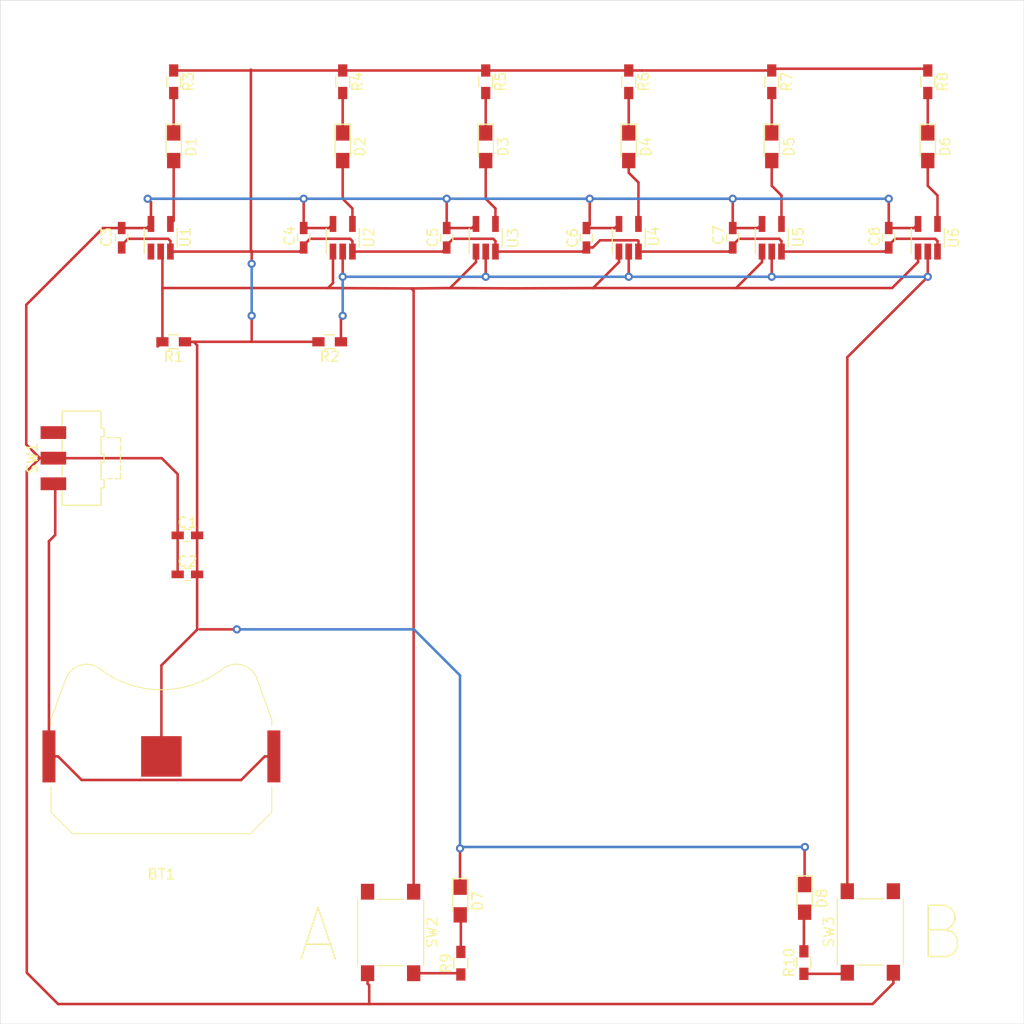
<source format=kicad_pcb>
(kicad_pcb (version 20171130) (host pcbnew "(5.1.5)-3")

  (general
    (thickness 1.6)
    (drawings 6)
    (tracks 212)
    (zones 0)
    (modules 36)
    (nets 21)
  )

  (page A4)
  (layers
    (0 F.Cu signal)
    (31 B.Cu signal)
    (32 B.Adhes user)
    (33 F.Adhes user)
    (34 B.Paste user)
    (35 F.Paste user)
    (36 B.SilkS user)
    (37 F.SilkS user)
    (38 B.Mask user)
    (39 F.Mask user)
    (40 Dwgs.User user)
    (41 Cmts.User user)
    (42 Eco1.User user)
    (43 Eco2.User user)
    (44 Edge.Cuts user)
    (45 Margin user)
    (46 B.CrtYd user)
    (47 F.CrtYd user)
    (48 B.Fab user)
    (49 F.Fab user)
  )

  (setup
    (last_trace_width 0.25)
    (trace_clearance 0.2)
    (zone_clearance 0.508)
    (zone_45_only no)
    (trace_min 0.2)
    (via_size 0.8)
    (via_drill 0.4)
    (via_min_size 0.4)
    (via_min_drill 0.3)
    (uvia_size 0.3)
    (uvia_drill 0.1)
    (uvias_allowed no)
    (uvia_min_size 0.2)
    (uvia_min_drill 0.1)
    (edge_width 0.05)
    (segment_width 0.2)
    (pcb_text_width 0.3)
    (pcb_text_size 1.5 1.5)
    (mod_edge_width 0.12)
    (mod_text_size 1 1)
    (mod_text_width 0.15)
    (pad_size 1.524 1.524)
    (pad_drill 0.762)
    (pad_to_mask_clearance 0.051)
    (solder_mask_min_width 0.25)
    (aux_axis_origin 0 0)
    (visible_elements 7FFFFFFF)
    (pcbplotparams
      (layerselection 0x010f0_ffffffff)
      (usegerberextensions true)
      (usegerberattributes false)
      (usegerberadvancedattributes false)
      (creategerberjobfile false)
      (excludeedgelayer true)
      (linewidth 0.100000)
      (plotframeref false)
      (viasonmask false)
      (mode 1)
      (useauxorigin false)
      (hpglpennumber 1)
      (hpglpenspeed 20)
      (hpglpendiameter 15.000000)
      (psnegative false)
      (psa4output false)
      (plotreference true)
      (plotvalue true)
      (plotinvisibletext false)
      (padsonsilk false)
      (subtractmaskfromsilk false)
      (outputformat 1)
      (mirror false)
      (drillshape 0)
      (scaleselection 1)
      (outputdirectory "./"))
  )

  (net 0 "")
  (net 1 "Net-(BT1-Pad1)")
  (net 2 GND)
  (net 3 VCC)
  (net 4 "Net-(D1-Pad1)")
  (net 5 "Net-(D1-Pad2)")
  (net 6 "Net-(D2-Pad2)")
  (net 7 "Net-(D2-Pad1)")
  (net 8 "Net-(D3-Pad2)")
  (net 9 "Net-(D3-Pad1)")
  (net 10 "Net-(D4-Pad1)")
  (net 11 "Net-(D4-Pad2)")
  (net 12 "Net-(D5-Pad1)")
  (net 13 "Net-(D5-Pad2)")
  (net 14 "Net-(D6-Pad2)")
  (net 15 "Net-(D6-Pad1)")
  (net 16 A)
  (net 17 B)
  (net 18 "Net-(SW1-Pad3)")
  (net 19 "Net-(D7-Pad2)")
  (net 20 "Net-(D8-Pad2)")

  (net_class Default "This is the default net class."
    (clearance 0.2)
    (trace_width 0.25)
    (via_dia 0.8)
    (via_drill 0.4)
    (uvia_dia 0.3)
    (uvia_drill 0.1)
    (add_net A)
    (add_net B)
    (add_net GND)
    (add_net "Net-(BT1-Pad1)")
    (add_net "Net-(D1-Pad1)")
    (add_net "Net-(D1-Pad2)")
    (add_net "Net-(D2-Pad1)")
    (add_net "Net-(D2-Pad2)")
    (add_net "Net-(D3-Pad1)")
    (add_net "Net-(D3-Pad2)")
    (add_net "Net-(D4-Pad1)")
    (add_net "Net-(D4-Pad2)")
    (add_net "Net-(D5-Pad1)")
    (add_net "Net-(D5-Pad2)")
    (add_net "Net-(D6-Pad1)")
    (add_net "Net-(D6-Pad2)")
    (add_net "Net-(D7-Pad2)")
    (add_net "Net-(D8-Pad2)")
    (add_net "Net-(SW1-Pad3)")
    (add_net VCC)
  )

  (module Resistors_SMD:R_0603_HandSoldering (layer F.Cu) (tedit 58E0A804) (tstamp 5DFC0011)
    (at 298.5 -991 90)
    (descr "Resistor SMD 0603, hand soldering")
    (tags "resistor 0603")
    (path /5E0989D6)
    (attr smd)
    (fp_text reference R10 (at 0 -1.45 90) (layer F.SilkS)
      (effects (font (size 1 1) (thickness 0.15)))
    )
    (fp_text value 100 (at 0 1.55 90) (layer F.Fab)
      (effects (font (size 1 1) (thickness 0.15)))
    )
    (fp_text user %R (at 0 0 90) (layer F.Fab)
      (effects (font (size 0.4 0.4) (thickness 0.075)))
    )
    (fp_line (start -0.8 0.4) (end -0.8 -0.4) (layer F.Fab) (width 0.1))
    (fp_line (start 0.8 0.4) (end -0.8 0.4) (layer F.Fab) (width 0.1))
    (fp_line (start 0.8 -0.4) (end 0.8 0.4) (layer F.Fab) (width 0.1))
    (fp_line (start -0.8 -0.4) (end 0.8 -0.4) (layer F.Fab) (width 0.1))
    (fp_line (start 0.5 0.68) (end -0.5 0.68) (layer F.SilkS) (width 0.12))
    (fp_line (start -0.5 -0.68) (end 0.5 -0.68) (layer F.SilkS) (width 0.12))
    (fp_line (start -1.96 -0.7) (end 1.95 -0.7) (layer F.CrtYd) (width 0.05))
    (fp_line (start -1.96 -0.7) (end -1.96 0.7) (layer F.CrtYd) (width 0.05))
    (fp_line (start 1.95 0.7) (end 1.95 -0.7) (layer F.CrtYd) (width 0.05))
    (fp_line (start 1.95 0.7) (end -1.96 0.7) (layer F.CrtYd) (width 0.05))
    (pad 1 smd rect (at -1.1 0 90) (size 1.2 0.9) (layers F.Cu F.Paste F.Mask)
      (net 17 B))
    (pad 2 smd rect (at 1.1 0 90) (size 1.2 0.9) (layers F.Cu F.Paste F.Mask)
      (net 20 "Net-(D8-Pad2)"))
    (model ${KISYS3DMOD}/Resistors_SMD.3dshapes/R_0603.wrl
      (at (xyz 0 0 0))
      (scale (xyz 1 1 1))
      (rotate (xyz 0 0 0))
    )
  )

  (module Resistors_SMD:R_0603_HandSoldering (layer F.Cu) (tedit 58E0A804) (tstamp 5DFC000E)
    (at 264.99 -990.94 90)
    (descr "Resistor SMD 0603, hand soldering")
    (tags "resistor 0603")
    (path /5E0847F1)
    (attr smd)
    (fp_text reference R9 (at 0 -1.45 90) (layer F.SilkS)
      (effects (font (size 1 1) (thickness 0.15)))
    )
    (fp_text value 100 (at 0 1.55 90) (layer F.Fab)
      (effects (font (size 1 1) (thickness 0.15)))
    )
    (fp_text user %R (at 0 0 90) (layer F.Fab)
      (effects (font (size 0.4 0.4) (thickness 0.075)))
    )
    (fp_line (start -0.8 0.4) (end -0.8 -0.4) (layer F.Fab) (width 0.1))
    (fp_line (start 0.8 0.4) (end -0.8 0.4) (layer F.Fab) (width 0.1))
    (fp_line (start 0.8 -0.4) (end 0.8 0.4) (layer F.Fab) (width 0.1))
    (fp_line (start -0.8 -0.4) (end 0.8 -0.4) (layer F.Fab) (width 0.1))
    (fp_line (start 0.5 0.68) (end -0.5 0.68) (layer F.SilkS) (width 0.12))
    (fp_line (start -0.5 -0.68) (end 0.5 -0.68) (layer F.SilkS) (width 0.12))
    (fp_line (start -1.96 -0.7) (end 1.95 -0.7) (layer F.CrtYd) (width 0.05))
    (fp_line (start -1.96 -0.7) (end -1.96 0.7) (layer F.CrtYd) (width 0.05))
    (fp_line (start 1.95 0.7) (end 1.95 -0.7) (layer F.CrtYd) (width 0.05))
    (fp_line (start 1.95 0.7) (end -1.96 0.7) (layer F.CrtYd) (width 0.05))
    (pad 1 smd rect (at -1.1 0 90) (size 1.2 0.9) (layers F.Cu F.Paste F.Mask)
      (net 16 A))
    (pad 2 smd rect (at 1.1 0 90) (size 1.2 0.9) (layers F.Cu F.Paste F.Mask)
      (net 19 "Net-(D7-Pad2)"))
    (model ${KISYS3DMOD}/Resistors_SMD.3dshapes/R_0603.wrl
      (at (xyz 0 0 0))
      (scale (xyz 1 1 1))
      (rotate (xyz 0 0 0))
    )
  )

  (module LEDs:LED_0805_HandSoldering (layer F.Cu) (tedit 595FCA25) (tstamp 5DFBFF0B)
    (at 298.57 -997.27 270)
    (descr "Resistor SMD 0805, hand soldering")
    (tags "resistor 0805")
    (path /5E0989CE)
    (attr smd)
    (fp_text reference D8 (at 0 -1.7 90) (layer F.SilkS)
      (effects (font (size 1 1) (thickness 0.15)))
    )
    (fp_text value LED_Small (at 0 1.75 90) (layer F.Fab)
      (effects (font (size 1 1) (thickness 0.15)))
    )
    (fp_line (start -0.4 -0.4) (end -0.4 0.4) (layer F.Fab) (width 0.1))
    (fp_line (start -0.4 0) (end 0.2 -0.4) (layer F.Fab) (width 0.1))
    (fp_line (start 0.2 0.4) (end -0.4 0) (layer F.Fab) (width 0.1))
    (fp_line (start 0.2 -0.4) (end 0.2 0.4) (layer F.Fab) (width 0.1))
    (fp_line (start -1 0.62) (end -1 -0.62) (layer F.Fab) (width 0.1))
    (fp_line (start 1 0.62) (end -1 0.62) (layer F.Fab) (width 0.1))
    (fp_line (start 1 -0.62) (end 1 0.62) (layer F.Fab) (width 0.1))
    (fp_line (start -1 -0.62) (end 1 -0.62) (layer F.Fab) (width 0.1))
    (fp_line (start 1 0.75) (end -2.2 0.75) (layer F.SilkS) (width 0.12))
    (fp_line (start -2.2 -0.75) (end 1 -0.75) (layer F.SilkS) (width 0.12))
    (fp_line (start -2.35 -0.9) (end 2.35 -0.9) (layer F.CrtYd) (width 0.05))
    (fp_line (start -2.35 -0.9) (end -2.35 0.9) (layer F.CrtYd) (width 0.05))
    (fp_line (start 2.35 0.9) (end 2.35 -0.9) (layer F.CrtYd) (width 0.05))
    (fp_line (start 2.35 0.9) (end -2.35 0.9) (layer F.CrtYd) (width 0.05))
    (fp_line (start -2.2 -0.75) (end -2.2 0.75) (layer F.SilkS) (width 0.12))
    (pad 1 smd rect (at -1.35 0 270) (size 1.5 1.3) (layers F.Cu F.Paste F.Mask)
      (net 2 GND))
    (pad 2 smd rect (at 1.35 0 270) (size 1.5 1.3) (layers F.Cu F.Paste F.Mask)
      (net 20 "Net-(D8-Pad2)"))
    (model ${KISYS3DMOD}/LEDs.3dshapes/LED_0805.wrl
      (at (xyz 0 0 0))
      (scale (xyz 1 1 1))
      (rotate (xyz 0 0 0))
    )
  )

  (module LEDs:LED_0805_HandSoldering (layer F.Cu) (tedit 595FCA25) (tstamp 5DFBFF08)
    (at 264.93 -997.01 270)
    (descr "Resistor SMD 0805, hand soldering")
    (tags "resistor 0805")
    (path /5E0847E9)
    (attr smd)
    (fp_text reference D7 (at 0 -1.7 90) (layer F.SilkS)
      (effects (font (size 1 1) (thickness 0.15)))
    )
    (fp_text value LED_Small (at 0 1.75 90) (layer F.Fab)
      (effects (font (size 1 1) (thickness 0.15)))
    )
    (fp_line (start -0.4 -0.4) (end -0.4 0.4) (layer F.Fab) (width 0.1))
    (fp_line (start -0.4 0) (end 0.2 -0.4) (layer F.Fab) (width 0.1))
    (fp_line (start 0.2 0.4) (end -0.4 0) (layer F.Fab) (width 0.1))
    (fp_line (start 0.2 -0.4) (end 0.2 0.4) (layer F.Fab) (width 0.1))
    (fp_line (start -1 0.62) (end -1 -0.62) (layer F.Fab) (width 0.1))
    (fp_line (start 1 0.62) (end -1 0.62) (layer F.Fab) (width 0.1))
    (fp_line (start 1 -0.62) (end 1 0.62) (layer F.Fab) (width 0.1))
    (fp_line (start -1 -0.62) (end 1 -0.62) (layer F.Fab) (width 0.1))
    (fp_line (start 1 0.75) (end -2.2 0.75) (layer F.SilkS) (width 0.12))
    (fp_line (start -2.2 -0.75) (end 1 -0.75) (layer F.SilkS) (width 0.12))
    (fp_line (start -2.35 -0.9) (end 2.35 -0.9) (layer F.CrtYd) (width 0.05))
    (fp_line (start -2.35 -0.9) (end -2.35 0.9) (layer F.CrtYd) (width 0.05))
    (fp_line (start 2.35 0.9) (end 2.35 -0.9) (layer F.CrtYd) (width 0.05))
    (fp_line (start 2.35 0.9) (end -2.35 0.9) (layer F.CrtYd) (width 0.05))
    (fp_line (start -2.2 -0.75) (end -2.2 0.75) (layer F.SilkS) (width 0.12))
    (pad 1 smd rect (at -1.35 0 270) (size 1.5 1.3) (layers F.Cu F.Paste F.Mask)
      (net 2 GND))
    (pad 2 smd rect (at 1.35 0 270) (size 1.5 1.3) (layers F.Cu F.Paste F.Mask)
      (net 19 "Net-(D7-Pad2)"))
    (model ${KISYS3DMOD}/LEDs.3dshapes/LED_0805.wrl
      (at (xyz 0 0 0))
      (scale (xyz 1 1 1))
      (rotate (xyz 0 0 0))
    )
  )

  (module Buttons_Switches_SMD:SW_SPST_PTS645 (layer F.Cu) (tedit 58724A80) (tstamp 5DFAF3E2)
    (at 258.13 -993.94 270)
    (descr "C&K Components SPST SMD PTS645 Series 6mm Tact Switch")
    (tags "SPST Button Switch")
    (path /5DF954A8)
    (attr smd)
    (fp_text reference SW2 (at 0 -4.05 90) (layer F.SilkS)
      (effects (font (size 1 1) (thickness 0.15)))
    )
    (fp_text value SW_Push (at 0 4.15 90) (layer F.Fab)
      (effects (font (size 1 1) (thickness 0.15)))
    )
    (fp_text user %R (at 0 -4.05 90) (layer F.Fab)
      (effects (font (size 1 1) (thickness 0.15)))
    )
    (fp_line (start -3 -3) (end -3 3) (layer F.Fab) (width 0.1))
    (fp_line (start -3 3) (end 3 3) (layer F.Fab) (width 0.1))
    (fp_line (start 3 3) (end 3 -3) (layer F.Fab) (width 0.1))
    (fp_line (start 3 -3) (end -3 -3) (layer F.Fab) (width 0.1))
    (fp_line (start 5.05 3.4) (end 5.05 -3.4) (layer F.CrtYd) (width 0.05))
    (fp_line (start -5.05 -3.4) (end -5.05 3.4) (layer F.CrtYd) (width 0.05))
    (fp_line (start -5.05 3.4) (end 5.05 3.4) (layer F.CrtYd) (width 0.05))
    (fp_line (start -5.05 -3.4) (end 5.05 -3.4) (layer F.CrtYd) (width 0.05))
    (fp_line (start 3.23 -3.23) (end 3.23 -3.2) (layer F.SilkS) (width 0.12))
    (fp_line (start 3.23 3.23) (end 3.23 3.2) (layer F.SilkS) (width 0.12))
    (fp_line (start -3.23 3.23) (end -3.23 3.2) (layer F.SilkS) (width 0.12))
    (fp_line (start -3.23 -3.2) (end -3.23 -3.23) (layer F.SilkS) (width 0.12))
    (fp_line (start 3.23 -1.3) (end 3.23 1.3) (layer F.SilkS) (width 0.12))
    (fp_line (start -3.23 -3.23) (end 3.23 -3.23) (layer F.SilkS) (width 0.12))
    (fp_line (start -3.23 -1.3) (end -3.23 1.3) (layer F.SilkS) (width 0.12))
    (fp_line (start -3.23 3.23) (end 3.23 3.23) (layer F.SilkS) (width 0.12))
    (fp_circle (center 0 0) (end 1.75 -0.05) (layer F.Fab) (width 0.1))
    (pad 2 smd rect (at -3.98 2.25 270) (size 1.55 1.3) (layers F.Cu F.Paste F.Mask)
      (net 3 VCC))
    (pad 1 smd rect (at -3.98 -2.25 270) (size 1.55 1.3) (layers F.Cu F.Paste F.Mask)
      (net 16 A))
    (pad 1 smd rect (at 3.98 -2.25 270) (size 1.55 1.3) (layers F.Cu F.Paste F.Mask)
      (net 16 A))
    (pad 2 smd rect (at 3.98 2.25 270) (size 1.55 1.3) (layers F.Cu F.Paste F.Mask)
      (net 3 VCC))
    (model ${KISYS3DMOD}/Buttons_Switches_SMD.3dshapes/SW_SPST_PTS645.wrl
      (at (xyz 0 0 0))
      (scale (xyz 1 1 1))
      (rotate (xyz 0 0 0))
    )
  )

  (module Battery_Holders:Keystone_3034_1x20mm-CoinCell (layer F.Cu) (tedit 595D9565) (tstamp 5DFAF1DF)
    (at 235.74 -1011.14 180)
    (descr "Keystone 3034 SMD battery holder for 2020, 2025 and 2032 coincell batteries. http://www.keyelco.com/product-pdf.cfm?p=798")
    (tags "Keystone type 3034 coin cell retainer")
    (path /5DF8CE26)
    (attr smd)
    (fp_text reference BT1 (at 0 -11.5) (layer F.SilkS)
      (effects (font (size 1 1) (thickness 0.15)))
    )
    (fp_text value 2032_3V (at 0 11.5) (layer F.Fab)
      (effects (font (size 1 1) (thickness 0.15)))
    )
    (fp_line (start 11.87 2.79) (end 11.87 -2.79) (layer F.CrtYd) (width 0.05))
    (fp_line (start 10.88 2.79) (end 11.87 2.79) (layer F.CrtYd) (width 0.05))
    (fp_line (start 10.88 3.64) (end 10.88 2.79) (layer F.CrtYd) (width 0.05))
    (fp_line (start 9.43 7.63) (end 10.88 3.64) (layer F.CrtYd) (width 0.05))
    (fp_arc (start 7.31 6.85) (end 5.96 8.64) (angle -106.9) (layer F.CrtYd) (width 0.05))
    (fp_arc (start 0 0) (end -5.96 8.64) (angle -69.1) (layer F.CrtYd) (width 0.05))
    (fp_arc (start -7.31 6.85) (end -9.43 7.62) (angle -106.9) (layer F.CrtYd) (width 0.05))
    (fp_line (start -10.88 3.64) (end -9.44 7.62) (layer F.CrtYd) (width 0.05))
    (fp_line (start -10.88 2.79) (end -10.88 3.64) (layer F.CrtYd) (width 0.05))
    (fp_line (start -11.87 2.79) (end -10.88 2.79) (layer F.CrtYd) (width 0.05))
    (fp_line (start -11.87 -2.79) (end -11.87 2.79) (layer F.CrtYd) (width 0.05))
    (fp_line (start -10.88 -2.79) (end -11.87 -2.79) (layer F.CrtYd) (width 0.05))
    (fp_line (start -10.88 -5.5) (end -10.88 -2.79) (layer F.CrtYd) (width 0.05))
    (fp_line (start -8.74 -7.64) (end -10.88 -5.5) (layer F.CrtYd) (width 0.05))
    (fp_line (start -7.2 -7.64) (end -8.74 -7.64) (layer F.CrtYd) (width 0.05))
    (fp_arc (start 0 0) (end 7.2 -7.64) (angle -86.6) (layer F.CrtYd) (width 0.05))
    (fp_line (start 8.74 -7.64) (end 7.2 -7.64) (layer F.CrtYd) (width 0.05))
    (fp_line (start 10.88 -5.5) (end 8.74 -7.64) (layer F.CrtYd) (width 0.05))
    (fp_line (start 10.88 -2.79) (end 10.88 -5.5) (layer F.CrtYd) (width 0.05))
    (fp_line (start 11.87 -2.79) (end 10.88 -2.79) (layer F.CrtYd) (width 0.05))
    (fp_arc (start -7.31 6.85) (end -9.19 7.53) (angle -107.5) (layer F.Fab) (width 0.1))
    (fp_arc (start 0 16.36) (end 6.1 8.43) (angle -75.1) (layer F.Fab) (width 0.1))
    (fp_arc (start 7.31 6.85) (end 6.1 8.43) (angle -107.5) (layer F.Fab) (width 0.1))
    (fp_line (start 10.63 3.6) (end 9.19 7.53) (layer F.Fab) (width 0.1))
    (fp_line (start 10.63 -5.4) (end 10.63 3.6) (layer F.Fab) (width 0.1))
    (fp_line (start 8.64 -7.39) (end 10.63 -5.4) (layer F.Fab) (width 0.1))
    (fp_line (start -8.64 -7.39) (end 8.64 -7.39) (layer F.Fab) (width 0.1))
    (fp_line (start -10.63 -5.4) (end -8.64 -7.39) (layer F.Fab) (width 0.1))
    (fp_line (start -10.63 3.6) (end -10.63 -5.4) (layer F.Fab) (width 0.1))
    (fp_line (start -9.19 7.53) (end -10.63 3.6) (layer F.Fab) (width 0.1))
    (fp_line (start 10.78 3) (end 10.78 3.63) (layer F.SilkS) (width 0.1))
    (fp_line (start 10.78 -5.46) (end 10.78 -3) (layer F.SilkS) (width 0.1))
    (fp_line (start -10.78 3) (end -10.78 3.63) (layer F.SilkS) (width 0.1))
    (fp_line (start -10.78 -5.46) (end -10.78 -3) (layer F.SilkS) (width 0.1))
    (fp_arc (start 7.31 6.85) (end 6 8.55) (angle -107.5) (layer F.SilkS) (width 0.1))
    (fp_line (start 10.78 3.63) (end 9.34 7.58) (layer F.SilkS) (width 0.1))
    (fp_line (start 8.7 -7.54) (end 10.78 -5.46) (layer F.SilkS) (width 0.1))
    (fp_line (start 8.7 -7.54) (end -8.7 -7.54) (layer F.SilkS) (width 0.1))
    (fp_line (start -8.7 -7.54) (end -10.78 -5.46) (layer F.SilkS) (width 0.1))
    (fp_line (start -10.78 3.63) (end -9.34 7.58) (layer F.SilkS) (width 0.1))
    (fp_arc (start -7.31 6.85) (end -9.34 7.58) (angle -107.5) (layer F.SilkS) (width 0.1))
    (fp_arc (start 0 16.36) (end 6 8.55) (angle -75.1) (layer F.SilkS) (width 0.1))
    (fp_circle (center 0 0) (end 0 10.25) (layer Dwgs.User) (width 0.15))
    (fp_text user %R (at 0 -2.9) (layer F.Fab)
      (effects (font (size 1 1) (thickness 0.15)))
    )
    (pad 1 smd rect (at -10.985 0 180) (size 1.27 5.08) (layers F.Cu F.Paste F.Mask)
      (net 1 "Net-(BT1-Pad1)"))
    (pad 1 smd rect (at 10.985 0 180) (size 1.27 5.08) (layers F.Cu F.Paste F.Mask)
      (net 1 "Net-(BT1-Pad1)"))
    (pad 2 smd rect (at 0 0 180) (size 3.96 3.96) (layers F.Cu F.Paste F.Mask)
      (net 2 GND))
    (model ${KISYS3DMOD}/Battery_Holders.3dshapes/Keystone_3034_1x20mm-CoinCell.wrl
      (at (xyz 0 0 0))
      (scale (xyz 1 1 1))
      (rotate (xyz 0 0 0))
    )
  )

  (module Capacitors_SMD:C_0603_HandSoldering (layer F.Cu) (tedit 58AA848B) (tstamp 5DFAF1F0)
    (at 238.28 -1032.73)
    (descr "Capacitor SMD 0603, hand soldering")
    (tags "capacitor 0603")
    (path /5DF9491C)
    (attr smd)
    (fp_text reference C1 (at 0 -1.25) (layer F.SilkS)
      (effects (font (size 1 1) (thickness 0.15)))
    )
    (fp_text value 100nF (at 0 1.5) (layer F.Fab)
      (effects (font (size 1 1) (thickness 0.15)))
    )
    (fp_text user %R (at 0 -1.25) (layer F.Fab)
      (effects (font (size 1 1) (thickness 0.15)))
    )
    (fp_line (start -0.8 0.4) (end -0.8 -0.4) (layer F.Fab) (width 0.1))
    (fp_line (start 0.8 0.4) (end -0.8 0.4) (layer F.Fab) (width 0.1))
    (fp_line (start 0.8 -0.4) (end 0.8 0.4) (layer F.Fab) (width 0.1))
    (fp_line (start -0.8 -0.4) (end 0.8 -0.4) (layer F.Fab) (width 0.1))
    (fp_line (start -0.35 -0.6) (end 0.35 -0.6) (layer F.SilkS) (width 0.12))
    (fp_line (start 0.35 0.6) (end -0.35 0.6) (layer F.SilkS) (width 0.12))
    (fp_line (start -1.8 -0.65) (end 1.8 -0.65) (layer F.CrtYd) (width 0.05))
    (fp_line (start -1.8 -0.65) (end -1.8 0.65) (layer F.CrtYd) (width 0.05))
    (fp_line (start 1.8 0.65) (end 1.8 -0.65) (layer F.CrtYd) (width 0.05))
    (fp_line (start 1.8 0.65) (end -1.8 0.65) (layer F.CrtYd) (width 0.05))
    (pad 1 smd rect (at -0.95 0) (size 1.2 0.75) (layers F.Cu F.Paste F.Mask)
      (net 3 VCC))
    (pad 2 smd rect (at 0.95 0) (size 1.2 0.75) (layers F.Cu F.Paste F.Mask)
      (net 2 GND))
    (model Capacitors_SMD.3dshapes/C_0603.wrl
      (at (xyz 0 0 0))
      (scale (xyz 1 1 1))
      (rotate (xyz 0 0 0))
    )
  )

  (module Capacitors_SMD:C_0603_HandSoldering (layer F.Cu) (tedit 58AA848B) (tstamp 5DFAF201)
    (at 238.28 -1028.92)
    (descr "Capacitor SMD 0603, hand soldering")
    (tags "capacitor 0603")
    (path /5DF949A8)
    (attr smd)
    (fp_text reference C2 (at 0 -1.25) (layer F.SilkS)
      (effects (font (size 1 1) (thickness 0.15)))
    )
    (fp_text value 100nF (at 0 1.5) (layer F.Fab)
      (effects (font (size 1 1) (thickness 0.15)))
    )
    (fp_line (start 1.8 0.65) (end -1.8 0.65) (layer F.CrtYd) (width 0.05))
    (fp_line (start 1.8 0.65) (end 1.8 -0.65) (layer F.CrtYd) (width 0.05))
    (fp_line (start -1.8 -0.65) (end -1.8 0.65) (layer F.CrtYd) (width 0.05))
    (fp_line (start -1.8 -0.65) (end 1.8 -0.65) (layer F.CrtYd) (width 0.05))
    (fp_line (start 0.35 0.6) (end -0.35 0.6) (layer F.SilkS) (width 0.12))
    (fp_line (start -0.35 -0.6) (end 0.35 -0.6) (layer F.SilkS) (width 0.12))
    (fp_line (start -0.8 -0.4) (end 0.8 -0.4) (layer F.Fab) (width 0.1))
    (fp_line (start 0.8 -0.4) (end 0.8 0.4) (layer F.Fab) (width 0.1))
    (fp_line (start 0.8 0.4) (end -0.8 0.4) (layer F.Fab) (width 0.1))
    (fp_line (start -0.8 0.4) (end -0.8 -0.4) (layer F.Fab) (width 0.1))
    (fp_text user %R (at 0 -1.25) (layer F.Fab)
      (effects (font (size 1 1) (thickness 0.15)))
    )
    (pad 2 smd rect (at 0.95 0) (size 1.2 0.75) (layers F.Cu F.Paste F.Mask)
      (net 2 GND))
    (pad 1 smd rect (at -0.95 0) (size 1.2 0.75) (layers F.Cu F.Paste F.Mask)
      (net 3 VCC))
    (model Capacitors_SMD.3dshapes/C_0603.wrl
      (at (xyz 0 0 0))
      (scale (xyz 1 1 1))
      (rotate (xyz 0 0 0))
    )
  )

  (module Capacitors_SMD:C_0603_HandSoldering (layer F.Cu) (tedit 58AA848B) (tstamp 5DFAF212)
    (at 231.86 -1061.8 270)
    (descr "Capacitor SMD 0603, hand soldering")
    (tags "capacitor 0603")
    (path /5DFC67C7)
    (attr smd)
    (fp_text reference C3 (at -0.06 1.47 90) (layer F.SilkS)
      (effects (font (size 1 1) (thickness 0.15)))
    )
    (fp_text value .1u (at 0 1.5 90) (layer F.Fab)
      (effects (font (size 1 1) (thickness 0.15)))
    )
    (fp_text user %R (at 0 -1.25 90) (layer F.Fab)
      (effects (font (size 1 1) (thickness 0.15)))
    )
    (fp_line (start -0.8 0.4) (end -0.8 -0.4) (layer F.Fab) (width 0.1))
    (fp_line (start 0.8 0.4) (end -0.8 0.4) (layer F.Fab) (width 0.1))
    (fp_line (start 0.8 -0.4) (end 0.8 0.4) (layer F.Fab) (width 0.1))
    (fp_line (start -0.8 -0.4) (end 0.8 -0.4) (layer F.Fab) (width 0.1))
    (fp_line (start -0.35 -0.6) (end 0.35 -0.6) (layer F.SilkS) (width 0.12))
    (fp_line (start 0.35 0.6) (end -0.35 0.6) (layer F.SilkS) (width 0.12))
    (fp_line (start -1.8 -0.65) (end 1.8 -0.65) (layer F.CrtYd) (width 0.05))
    (fp_line (start -1.8 -0.65) (end -1.8 0.65) (layer F.CrtYd) (width 0.05))
    (fp_line (start 1.8 0.65) (end 1.8 -0.65) (layer F.CrtYd) (width 0.05))
    (fp_line (start 1.8 0.65) (end -1.8 0.65) (layer F.CrtYd) (width 0.05))
    (pad 1 smd rect (at -0.95 0 270) (size 1.2 0.75) (layers F.Cu F.Paste F.Mask)
      (net 3 VCC))
    (pad 2 smd rect (at 0.95 0 270) (size 1.2 0.75) (layers F.Cu F.Paste F.Mask)
      (net 2 GND))
    (model Capacitors_SMD.3dshapes/C_0603.wrl
      (at (xyz 0 0 0))
      (scale (xyz 1 1 1))
      (rotate (xyz 0 0 0))
    )
  )

  (module Capacitors_SMD:C_0603_HandSoldering (layer F.Cu) (tedit 58AA848B) (tstamp 5DFAF223)
    (at 249.64 -1061.8 270)
    (descr "Capacitor SMD 0603, hand soldering")
    (tags "capacitor 0603")
    (path /5DFDC19F)
    (attr smd)
    (fp_text reference C4 (at -0.19 1.37 90) (layer F.SilkS)
      (effects (font (size 1 1) (thickness 0.15)))
    )
    (fp_text value .1u (at 0 1.5 90) (layer F.Fab)
      (effects (font (size 1 1) (thickness 0.15)))
    )
    (fp_line (start 1.8 0.65) (end -1.8 0.65) (layer F.CrtYd) (width 0.05))
    (fp_line (start 1.8 0.65) (end 1.8 -0.65) (layer F.CrtYd) (width 0.05))
    (fp_line (start -1.8 -0.65) (end -1.8 0.65) (layer F.CrtYd) (width 0.05))
    (fp_line (start -1.8 -0.65) (end 1.8 -0.65) (layer F.CrtYd) (width 0.05))
    (fp_line (start 0.35 0.6) (end -0.35 0.6) (layer F.SilkS) (width 0.12))
    (fp_line (start -0.35 -0.6) (end 0.35 -0.6) (layer F.SilkS) (width 0.12))
    (fp_line (start -0.8 -0.4) (end 0.8 -0.4) (layer F.Fab) (width 0.1))
    (fp_line (start 0.8 -0.4) (end 0.8 0.4) (layer F.Fab) (width 0.1))
    (fp_line (start 0.8 0.4) (end -0.8 0.4) (layer F.Fab) (width 0.1))
    (fp_line (start -0.8 0.4) (end -0.8 -0.4) (layer F.Fab) (width 0.1))
    (fp_text user %R (at 0 -1.25 90) (layer F.Fab)
      (effects (font (size 1 1) (thickness 0.15)))
    )
    (pad 2 smd rect (at 0.95 0 270) (size 1.2 0.75) (layers F.Cu F.Paste F.Mask)
      (net 2 GND))
    (pad 1 smd rect (at -0.95 0 270) (size 1.2 0.75) (layers F.Cu F.Paste F.Mask)
      (net 3 VCC))
    (model Capacitors_SMD.3dshapes/C_0603.wrl
      (at (xyz 0 0 0))
      (scale (xyz 1 1 1))
      (rotate (xyz 0 0 0))
    )
  )

  (module Capacitors_SMD:C_0603_HandSoldering (layer F.Cu) (tedit 58AA848B) (tstamp 5DFAF234)
    (at 263.61 -1061.8 270)
    (descr "Capacitor SMD 0603, hand soldering")
    (tags "capacitor 0603")
    (path /5DFE03DC)
    (attr smd)
    (fp_text reference C5 (at -0.03 1.37 90) (layer F.SilkS)
      (effects (font (size 1 1) (thickness 0.15)))
    )
    (fp_text value .1u (at 0 1.5 90) (layer F.Fab)
      (effects (font (size 1 1) (thickness 0.15)))
    )
    (fp_line (start 1.8 0.65) (end -1.8 0.65) (layer F.CrtYd) (width 0.05))
    (fp_line (start 1.8 0.65) (end 1.8 -0.65) (layer F.CrtYd) (width 0.05))
    (fp_line (start -1.8 -0.65) (end -1.8 0.65) (layer F.CrtYd) (width 0.05))
    (fp_line (start -1.8 -0.65) (end 1.8 -0.65) (layer F.CrtYd) (width 0.05))
    (fp_line (start 0.35 0.6) (end -0.35 0.6) (layer F.SilkS) (width 0.12))
    (fp_line (start -0.35 -0.6) (end 0.35 -0.6) (layer F.SilkS) (width 0.12))
    (fp_line (start -0.8 -0.4) (end 0.8 -0.4) (layer F.Fab) (width 0.1))
    (fp_line (start 0.8 -0.4) (end 0.8 0.4) (layer F.Fab) (width 0.1))
    (fp_line (start 0.8 0.4) (end -0.8 0.4) (layer F.Fab) (width 0.1))
    (fp_line (start -0.8 0.4) (end -0.8 -0.4) (layer F.Fab) (width 0.1))
    (fp_text user %R (at 0 -1.25 90) (layer F.Fab)
      (effects (font (size 1 1) (thickness 0.15)))
    )
    (pad 2 smd rect (at 0.95 0 270) (size 1.2 0.75) (layers F.Cu F.Paste F.Mask)
      (net 2 GND))
    (pad 1 smd rect (at -0.95 0 270) (size 1.2 0.75) (layers F.Cu F.Paste F.Mask)
      (net 3 VCC))
    (model Capacitors_SMD.3dshapes/C_0603.wrl
      (at (xyz 0 0 0))
      (scale (xyz 1 1 1))
      (rotate (xyz 0 0 0))
    )
  )

  (module Capacitors_SMD:C_0603_HandSoldering (layer F.Cu) (tedit 58AA848B) (tstamp 5DFAF245)
    (at 277.26 -1061.8 270)
    (descr "Capacitor SMD 0603, hand soldering")
    (tags "capacitor 0603")
    (path /5DFEDB14)
    (attr smd)
    (fp_text reference C6 (at 0.01 1.36 90) (layer F.SilkS)
      (effects (font (size 1 1) (thickness 0.15)))
    )
    (fp_text value .1u (at 0 1.5 90) (layer F.Fab)
      (effects (font (size 1 1) (thickness 0.15)))
    )
    (fp_text user %R (at 0 -1.25 90) (layer F.Fab)
      (effects (font (size 1 1) (thickness 0.15)))
    )
    (fp_line (start -0.8 0.4) (end -0.8 -0.4) (layer F.Fab) (width 0.1))
    (fp_line (start 0.8 0.4) (end -0.8 0.4) (layer F.Fab) (width 0.1))
    (fp_line (start 0.8 -0.4) (end 0.8 0.4) (layer F.Fab) (width 0.1))
    (fp_line (start -0.8 -0.4) (end 0.8 -0.4) (layer F.Fab) (width 0.1))
    (fp_line (start -0.35 -0.6) (end 0.35 -0.6) (layer F.SilkS) (width 0.12))
    (fp_line (start 0.35 0.6) (end -0.35 0.6) (layer F.SilkS) (width 0.12))
    (fp_line (start -1.8 -0.65) (end 1.8 -0.65) (layer F.CrtYd) (width 0.05))
    (fp_line (start -1.8 -0.65) (end -1.8 0.65) (layer F.CrtYd) (width 0.05))
    (fp_line (start 1.8 0.65) (end 1.8 -0.65) (layer F.CrtYd) (width 0.05))
    (fp_line (start 1.8 0.65) (end -1.8 0.65) (layer F.CrtYd) (width 0.05))
    (pad 1 smd rect (at -0.95 0 270) (size 1.2 0.75) (layers F.Cu F.Paste F.Mask)
      (net 3 VCC))
    (pad 2 smd rect (at 0.95 0 270) (size 1.2 0.75) (layers F.Cu F.Paste F.Mask)
      (net 2 GND))
    (model Capacitors_SMD.3dshapes/C_0603.wrl
      (at (xyz 0 0 0))
      (scale (xyz 1 1 1))
      (rotate (xyz 0 0 0))
    )
  )

  (module Capacitors_SMD:C_0603_HandSoldering (layer F.Cu) (tedit 58AA848B) (tstamp 5DFAF256)
    (at 291.55 -1061.8 270)
    (descr "Capacitor SMD 0603, hand soldering")
    (tags "capacitor 0603")
    (path /5DFF7CD1)
    (attr smd)
    (fp_text reference C7 (at -0.26 1.41 90) (layer F.SilkS)
      (effects (font (size 1 1) (thickness 0.15)))
    )
    (fp_text value .1u (at 0 1.5 90) (layer F.Fab)
      (effects (font (size 1 1) (thickness 0.15)))
    )
    (fp_line (start 1.8 0.65) (end -1.8 0.65) (layer F.CrtYd) (width 0.05))
    (fp_line (start 1.8 0.65) (end 1.8 -0.65) (layer F.CrtYd) (width 0.05))
    (fp_line (start -1.8 -0.65) (end -1.8 0.65) (layer F.CrtYd) (width 0.05))
    (fp_line (start -1.8 -0.65) (end 1.8 -0.65) (layer F.CrtYd) (width 0.05))
    (fp_line (start 0.35 0.6) (end -0.35 0.6) (layer F.SilkS) (width 0.12))
    (fp_line (start -0.35 -0.6) (end 0.35 -0.6) (layer F.SilkS) (width 0.12))
    (fp_line (start -0.8 -0.4) (end 0.8 -0.4) (layer F.Fab) (width 0.1))
    (fp_line (start 0.8 -0.4) (end 0.8 0.4) (layer F.Fab) (width 0.1))
    (fp_line (start 0.8 0.4) (end -0.8 0.4) (layer F.Fab) (width 0.1))
    (fp_line (start -0.8 0.4) (end -0.8 -0.4) (layer F.Fab) (width 0.1))
    (fp_text user %R (at 0 -1.25 90) (layer F.Fab)
      (effects (font (size 1 1) (thickness 0.15)))
    )
    (pad 2 smd rect (at 0.95 0 270) (size 1.2 0.75) (layers F.Cu F.Paste F.Mask)
      (net 2 GND))
    (pad 1 smd rect (at -0.95 0 270) (size 1.2 0.75) (layers F.Cu F.Paste F.Mask)
      (net 3 VCC))
    (model Capacitors_SMD.3dshapes/C_0603.wrl
      (at (xyz 0 0 0))
      (scale (xyz 1 1 1))
      (rotate (xyz 0 0 0))
    )
  )

  (module Capacitors_SMD:C_0603_HandSoldering (layer F.Cu) (tedit 58AA848B) (tstamp 5DFAF267)
    (at 306.79 -1061.8 270)
    (descr "Capacitor SMD 0603, hand soldering")
    (tags "capacitor 0603")
    (path /5E001445)
    (attr smd)
    (fp_text reference C8 (at -0.13 1.38 90) (layer F.SilkS)
      (effects (font (size 1 1) (thickness 0.15)))
    )
    (fp_text value .1u (at 0 1.5 90) (layer F.Fab)
      (effects (font (size 1 1) (thickness 0.15)))
    )
    (fp_text user %R (at 0 -1.25 90) (layer F.Fab)
      (effects (font (size 1 1) (thickness 0.15)))
    )
    (fp_line (start -0.8 0.4) (end -0.8 -0.4) (layer F.Fab) (width 0.1))
    (fp_line (start 0.8 0.4) (end -0.8 0.4) (layer F.Fab) (width 0.1))
    (fp_line (start 0.8 -0.4) (end 0.8 0.4) (layer F.Fab) (width 0.1))
    (fp_line (start -0.8 -0.4) (end 0.8 -0.4) (layer F.Fab) (width 0.1))
    (fp_line (start -0.35 -0.6) (end 0.35 -0.6) (layer F.SilkS) (width 0.12))
    (fp_line (start 0.35 0.6) (end -0.35 0.6) (layer F.SilkS) (width 0.12))
    (fp_line (start -1.8 -0.65) (end 1.8 -0.65) (layer F.CrtYd) (width 0.05))
    (fp_line (start -1.8 -0.65) (end -1.8 0.65) (layer F.CrtYd) (width 0.05))
    (fp_line (start 1.8 0.65) (end 1.8 -0.65) (layer F.CrtYd) (width 0.05))
    (fp_line (start 1.8 0.65) (end -1.8 0.65) (layer F.CrtYd) (width 0.05))
    (pad 1 smd rect (at -0.95 0 270) (size 1.2 0.75) (layers F.Cu F.Paste F.Mask)
      (net 3 VCC))
    (pad 2 smd rect (at 0.95 0 270) (size 1.2 0.75) (layers F.Cu F.Paste F.Mask)
      (net 2 GND))
    (model Capacitors_SMD.3dshapes/C_0603.wrl
      (at (xyz 0 0 0))
      (scale (xyz 1 1 1))
      (rotate (xyz 0 0 0))
    )
  )

  (module LEDs:LED_0805_HandSoldering (layer F.Cu) (tedit 595FCA25) (tstamp 5DFAF27C)
    (at 236.94 -1070.69 270)
    (descr "Resistor SMD 0805, hand soldering")
    (tags "resistor 0805")
    (path /5DFACCC6)
    (attr smd)
    (fp_text reference D1 (at 0 -1.7 90) (layer F.SilkS)
      (effects (font (size 1 1) (thickness 0.15)))
    )
    (fp_text value LED_Small (at 0 1.75 90) (layer F.Fab)
      (effects (font (size 1 1) (thickness 0.15)))
    )
    (fp_line (start -0.4 -0.4) (end -0.4 0.4) (layer F.Fab) (width 0.1))
    (fp_line (start -0.4 0) (end 0.2 -0.4) (layer F.Fab) (width 0.1))
    (fp_line (start 0.2 0.4) (end -0.4 0) (layer F.Fab) (width 0.1))
    (fp_line (start 0.2 -0.4) (end 0.2 0.4) (layer F.Fab) (width 0.1))
    (fp_line (start -1 0.62) (end -1 -0.62) (layer F.Fab) (width 0.1))
    (fp_line (start 1 0.62) (end -1 0.62) (layer F.Fab) (width 0.1))
    (fp_line (start 1 -0.62) (end 1 0.62) (layer F.Fab) (width 0.1))
    (fp_line (start -1 -0.62) (end 1 -0.62) (layer F.Fab) (width 0.1))
    (fp_line (start 1 0.75) (end -2.2 0.75) (layer F.SilkS) (width 0.12))
    (fp_line (start -2.2 -0.75) (end 1 -0.75) (layer F.SilkS) (width 0.12))
    (fp_line (start -2.35 -0.9) (end 2.35 -0.9) (layer F.CrtYd) (width 0.05))
    (fp_line (start -2.35 -0.9) (end -2.35 0.9) (layer F.CrtYd) (width 0.05))
    (fp_line (start 2.35 0.9) (end 2.35 -0.9) (layer F.CrtYd) (width 0.05))
    (fp_line (start 2.35 0.9) (end -2.35 0.9) (layer F.CrtYd) (width 0.05))
    (fp_line (start -2.2 -0.75) (end -2.2 0.75) (layer F.SilkS) (width 0.12))
    (pad 1 smd rect (at -1.35 0 270) (size 1.5 1.3) (layers F.Cu F.Paste F.Mask)
      (net 4 "Net-(D1-Pad1)"))
    (pad 2 smd rect (at 1.35 0 270) (size 1.5 1.3) (layers F.Cu F.Paste F.Mask)
      (net 5 "Net-(D1-Pad2)"))
    (model ${KISYS3DMOD}/LEDs.3dshapes/LED_0805.wrl
      (at (xyz 0 0 0))
      (scale (xyz 1 1 1))
      (rotate (xyz 0 0 0))
    )
  )

  (module LEDs:LED_0805_HandSoldering (layer F.Cu) (tedit 595FCA25) (tstamp 5DFAF291)
    (at 253.45 -1070.69 270)
    (descr "Resistor SMD 0805, hand soldering")
    (tags "resistor 0805")
    (path /5DFADE89)
    (attr smd)
    (fp_text reference D2 (at 0 -1.7 90) (layer F.SilkS)
      (effects (font (size 1 1) (thickness 0.15)))
    )
    (fp_text value LED_Small (at 0 1.75 90) (layer F.Fab)
      (effects (font (size 1 1) (thickness 0.15)))
    )
    (fp_line (start -2.2 -0.75) (end -2.2 0.75) (layer F.SilkS) (width 0.12))
    (fp_line (start 2.35 0.9) (end -2.35 0.9) (layer F.CrtYd) (width 0.05))
    (fp_line (start 2.35 0.9) (end 2.35 -0.9) (layer F.CrtYd) (width 0.05))
    (fp_line (start -2.35 -0.9) (end -2.35 0.9) (layer F.CrtYd) (width 0.05))
    (fp_line (start -2.35 -0.9) (end 2.35 -0.9) (layer F.CrtYd) (width 0.05))
    (fp_line (start -2.2 -0.75) (end 1 -0.75) (layer F.SilkS) (width 0.12))
    (fp_line (start 1 0.75) (end -2.2 0.75) (layer F.SilkS) (width 0.12))
    (fp_line (start -1 -0.62) (end 1 -0.62) (layer F.Fab) (width 0.1))
    (fp_line (start 1 -0.62) (end 1 0.62) (layer F.Fab) (width 0.1))
    (fp_line (start 1 0.62) (end -1 0.62) (layer F.Fab) (width 0.1))
    (fp_line (start -1 0.62) (end -1 -0.62) (layer F.Fab) (width 0.1))
    (fp_line (start 0.2 -0.4) (end 0.2 0.4) (layer F.Fab) (width 0.1))
    (fp_line (start 0.2 0.4) (end -0.4 0) (layer F.Fab) (width 0.1))
    (fp_line (start -0.4 0) (end 0.2 -0.4) (layer F.Fab) (width 0.1))
    (fp_line (start -0.4 -0.4) (end -0.4 0.4) (layer F.Fab) (width 0.1))
    (pad 2 smd rect (at 1.35 0 270) (size 1.5 1.3) (layers F.Cu F.Paste F.Mask)
      (net 6 "Net-(D2-Pad2)"))
    (pad 1 smd rect (at -1.35 0 270) (size 1.5 1.3) (layers F.Cu F.Paste F.Mask)
      (net 7 "Net-(D2-Pad1)"))
    (model ${KISYS3DMOD}/LEDs.3dshapes/LED_0805.wrl
      (at (xyz 0 0 0))
      (scale (xyz 1 1 1))
      (rotate (xyz 0 0 0))
    )
  )

  (module LEDs:LED_0805_HandSoldering (layer F.Cu) (tedit 595FCA25) (tstamp 5DFAF2A6)
    (at 267.42 -1070.69 270)
    (descr "Resistor SMD 0805, hand soldering")
    (tags "resistor 0805")
    (path /5DFC3B63)
    (attr smd)
    (fp_text reference D3 (at 0 -1.7 90) (layer F.SilkS)
      (effects (font (size 1 1) (thickness 0.15)))
    )
    (fp_text value LED_Small (at 0 1.75 90) (layer F.Fab)
      (effects (font (size 1 1) (thickness 0.15)))
    )
    (fp_line (start -2.2 -0.75) (end -2.2 0.75) (layer F.SilkS) (width 0.12))
    (fp_line (start 2.35 0.9) (end -2.35 0.9) (layer F.CrtYd) (width 0.05))
    (fp_line (start 2.35 0.9) (end 2.35 -0.9) (layer F.CrtYd) (width 0.05))
    (fp_line (start -2.35 -0.9) (end -2.35 0.9) (layer F.CrtYd) (width 0.05))
    (fp_line (start -2.35 -0.9) (end 2.35 -0.9) (layer F.CrtYd) (width 0.05))
    (fp_line (start -2.2 -0.75) (end 1 -0.75) (layer F.SilkS) (width 0.12))
    (fp_line (start 1 0.75) (end -2.2 0.75) (layer F.SilkS) (width 0.12))
    (fp_line (start -1 -0.62) (end 1 -0.62) (layer F.Fab) (width 0.1))
    (fp_line (start 1 -0.62) (end 1 0.62) (layer F.Fab) (width 0.1))
    (fp_line (start 1 0.62) (end -1 0.62) (layer F.Fab) (width 0.1))
    (fp_line (start -1 0.62) (end -1 -0.62) (layer F.Fab) (width 0.1))
    (fp_line (start 0.2 -0.4) (end 0.2 0.4) (layer F.Fab) (width 0.1))
    (fp_line (start 0.2 0.4) (end -0.4 0) (layer F.Fab) (width 0.1))
    (fp_line (start -0.4 0) (end 0.2 -0.4) (layer F.Fab) (width 0.1))
    (fp_line (start -0.4 -0.4) (end -0.4 0.4) (layer F.Fab) (width 0.1))
    (pad 2 smd rect (at 1.35 0 270) (size 1.5 1.3) (layers F.Cu F.Paste F.Mask)
      (net 8 "Net-(D3-Pad2)"))
    (pad 1 smd rect (at -1.35 0 270) (size 1.5 1.3) (layers F.Cu F.Paste F.Mask)
      (net 9 "Net-(D3-Pad1)"))
    (model ${KISYS3DMOD}/LEDs.3dshapes/LED_0805.wrl
      (at (xyz 0 0 0))
      (scale (xyz 1 1 1))
      (rotate (xyz 0 0 0))
    )
  )

  (module LEDs:LED_0805_HandSoldering (layer F.Cu) (tedit 595FCA25) (tstamp 5DFAF2BB)
    (at 281.39 -1070.69 270)
    (descr "Resistor SMD 0805, hand soldering")
    (tags "resistor 0805")
    (path /5DFEDAEF)
    (attr smd)
    (fp_text reference D4 (at 0 -1.7 90) (layer F.SilkS)
      (effects (font (size 1 1) (thickness 0.15)))
    )
    (fp_text value LED_Small (at 0 1.75 90) (layer F.Fab)
      (effects (font (size 1 1) (thickness 0.15)))
    )
    (fp_line (start -0.4 -0.4) (end -0.4 0.4) (layer F.Fab) (width 0.1))
    (fp_line (start -0.4 0) (end 0.2 -0.4) (layer F.Fab) (width 0.1))
    (fp_line (start 0.2 0.4) (end -0.4 0) (layer F.Fab) (width 0.1))
    (fp_line (start 0.2 -0.4) (end 0.2 0.4) (layer F.Fab) (width 0.1))
    (fp_line (start -1 0.62) (end -1 -0.62) (layer F.Fab) (width 0.1))
    (fp_line (start 1 0.62) (end -1 0.62) (layer F.Fab) (width 0.1))
    (fp_line (start 1 -0.62) (end 1 0.62) (layer F.Fab) (width 0.1))
    (fp_line (start -1 -0.62) (end 1 -0.62) (layer F.Fab) (width 0.1))
    (fp_line (start 1 0.75) (end -2.2 0.75) (layer F.SilkS) (width 0.12))
    (fp_line (start -2.2 -0.75) (end 1 -0.75) (layer F.SilkS) (width 0.12))
    (fp_line (start -2.35 -0.9) (end 2.35 -0.9) (layer F.CrtYd) (width 0.05))
    (fp_line (start -2.35 -0.9) (end -2.35 0.9) (layer F.CrtYd) (width 0.05))
    (fp_line (start 2.35 0.9) (end 2.35 -0.9) (layer F.CrtYd) (width 0.05))
    (fp_line (start 2.35 0.9) (end -2.35 0.9) (layer F.CrtYd) (width 0.05))
    (fp_line (start -2.2 -0.75) (end -2.2 0.75) (layer F.SilkS) (width 0.12))
    (pad 1 smd rect (at -1.35 0 270) (size 1.5 1.3) (layers F.Cu F.Paste F.Mask)
      (net 10 "Net-(D4-Pad1)"))
    (pad 2 smd rect (at 1.35 0 270) (size 1.5 1.3) (layers F.Cu F.Paste F.Mask)
      (net 11 "Net-(D4-Pad2)"))
    (model ${KISYS3DMOD}/LEDs.3dshapes/LED_0805.wrl
      (at (xyz 0 0 0))
      (scale (xyz 1 1 1))
      (rotate (xyz 0 0 0))
    )
  )

  (module LEDs:LED_0805_HandSoldering (layer F.Cu) (tedit 595FCA25) (tstamp 5DFAF2D0)
    (at 295.36 -1070.69 270)
    (descr "Resistor SMD 0805, hand soldering")
    (tags "resistor 0805")
    (path /5DFF7CAC)
    (attr smd)
    (fp_text reference D5 (at 0 -1.7 90) (layer F.SilkS)
      (effects (font (size 1 1) (thickness 0.15)))
    )
    (fp_text value LED_Small (at 0 1.75 90) (layer F.Fab)
      (effects (font (size 1 1) (thickness 0.15)))
    )
    (fp_line (start -0.4 -0.4) (end -0.4 0.4) (layer F.Fab) (width 0.1))
    (fp_line (start -0.4 0) (end 0.2 -0.4) (layer F.Fab) (width 0.1))
    (fp_line (start 0.2 0.4) (end -0.4 0) (layer F.Fab) (width 0.1))
    (fp_line (start 0.2 -0.4) (end 0.2 0.4) (layer F.Fab) (width 0.1))
    (fp_line (start -1 0.62) (end -1 -0.62) (layer F.Fab) (width 0.1))
    (fp_line (start 1 0.62) (end -1 0.62) (layer F.Fab) (width 0.1))
    (fp_line (start 1 -0.62) (end 1 0.62) (layer F.Fab) (width 0.1))
    (fp_line (start -1 -0.62) (end 1 -0.62) (layer F.Fab) (width 0.1))
    (fp_line (start 1 0.75) (end -2.2 0.75) (layer F.SilkS) (width 0.12))
    (fp_line (start -2.2 -0.75) (end 1 -0.75) (layer F.SilkS) (width 0.12))
    (fp_line (start -2.35 -0.9) (end 2.35 -0.9) (layer F.CrtYd) (width 0.05))
    (fp_line (start -2.35 -0.9) (end -2.35 0.9) (layer F.CrtYd) (width 0.05))
    (fp_line (start 2.35 0.9) (end 2.35 -0.9) (layer F.CrtYd) (width 0.05))
    (fp_line (start 2.35 0.9) (end -2.35 0.9) (layer F.CrtYd) (width 0.05))
    (fp_line (start -2.2 -0.75) (end -2.2 0.75) (layer F.SilkS) (width 0.12))
    (pad 1 smd rect (at -1.35 0 270) (size 1.5 1.3) (layers F.Cu F.Paste F.Mask)
      (net 12 "Net-(D5-Pad1)"))
    (pad 2 smd rect (at 1.35 0 270) (size 1.5 1.3) (layers F.Cu F.Paste F.Mask)
      (net 13 "Net-(D5-Pad2)"))
    (model ${KISYS3DMOD}/LEDs.3dshapes/LED_0805.wrl
      (at (xyz 0 0 0))
      (scale (xyz 1 1 1))
      (rotate (xyz 0 0 0))
    )
  )

  (module LEDs:LED_0805_HandSoldering (layer F.Cu) (tedit 595FCA25) (tstamp 5DFAF2E5)
    (at 310.6 -1070.69 270)
    (descr "Resistor SMD 0805, hand soldering")
    (tags "resistor 0805")
    (path /5E001420)
    (attr smd)
    (fp_text reference D6 (at 0 -1.7 90) (layer F.SilkS)
      (effects (font (size 1 1) (thickness 0.15)))
    )
    (fp_text value LED_Small (at 0 1.75 90) (layer F.Fab)
      (effects (font (size 1 1) (thickness 0.15)))
    )
    (fp_line (start -2.2 -0.75) (end -2.2 0.75) (layer F.SilkS) (width 0.12))
    (fp_line (start 2.35 0.9) (end -2.35 0.9) (layer F.CrtYd) (width 0.05))
    (fp_line (start 2.35 0.9) (end 2.35 -0.9) (layer F.CrtYd) (width 0.05))
    (fp_line (start -2.35 -0.9) (end -2.35 0.9) (layer F.CrtYd) (width 0.05))
    (fp_line (start -2.35 -0.9) (end 2.35 -0.9) (layer F.CrtYd) (width 0.05))
    (fp_line (start -2.2 -0.75) (end 1 -0.75) (layer F.SilkS) (width 0.12))
    (fp_line (start 1 0.75) (end -2.2 0.75) (layer F.SilkS) (width 0.12))
    (fp_line (start -1 -0.62) (end 1 -0.62) (layer F.Fab) (width 0.1))
    (fp_line (start 1 -0.62) (end 1 0.62) (layer F.Fab) (width 0.1))
    (fp_line (start 1 0.62) (end -1 0.62) (layer F.Fab) (width 0.1))
    (fp_line (start -1 0.62) (end -1 -0.62) (layer F.Fab) (width 0.1))
    (fp_line (start 0.2 -0.4) (end 0.2 0.4) (layer F.Fab) (width 0.1))
    (fp_line (start 0.2 0.4) (end -0.4 0) (layer F.Fab) (width 0.1))
    (fp_line (start -0.4 0) (end 0.2 -0.4) (layer F.Fab) (width 0.1))
    (fp_line (start -0.4 -0.4) (end -0.4 0.4) (layer F.Fab) (width 0.1))
    (pad 2 smd rect (at 1.35 0 270) (size 1.5 1.3) (layers F.Cu F.Paste F.Mask)
      (net 14 "Net-(D6-Pad2)"))
    (pad 1 smd rect (at -1.35 0 270) (size 1.5 1.3) (layers F.Cu F.Paste F.Mask)
      (net 15 "Net-(D6-Pad1)"))
    (model ${KISYS3DMOD}/LEDs.3dshapes/LED_0805.wrl
      (at (xyz 0 0 0))
      (scale (xyz 1 1 1))
      (rotate (xyz 0 0 0))
    )
  )

  (module Resistors_SMD:R_0603_HandSoldering (layer F.Cu) (tedit 58E0A804) (tstamp 5DFAF2F6)
    (at 236.94 -1051.64 180)
    (descr "Resistor SMD 0603, hand soldering")
    (tags "resistor 0603")
    (path /5DF959B6)
    (attr smd)
    (fp_text reference R1 (at 0 -1.45) (layer F.SilkS)
      (effects (font (size 1 1) (thickness 0.15)))
    )
    (fp_text value 10k (at 0 1.55) (layer F.Fab)
      (effects (font (size 1 1) (thickness 0.15)))
    )
    (fp_text user %R (at 0 0 90) (layer F.Fab)
      (effects (font (size 0.4 0.4) (thickness 0.075)))
    )
    (fp_line (start -0.8 0.4) (end -0.8 -0.4) (layer F.Fab) (width 0.1))
    (fp_line (start 0.8 0.4) (end -0.8 0.4) (layer F.Fab) (width 0.1))
    (fp_line (start 0.8 -0.4) (end 0.8 0.4) (layer F.Fab) (width 0.1))
    (fp_line (start -0.8 -0.4) (end 0.8 -0.4) (layer F.Fab) (width 0.1))
    (fp_line (start 0.5 0.68) (end -0.5 0.68) (layer F.SilkS) (width 0.12))
    (fp_line (start -0.5 -0.68) (end 0.5 -0.68) (layer F.SilkS) (width 0.12))
    (fp_line (start -1.96 -0.7) (end 1.95 -0.7) (layer F.CrtYd) (width 0.05))
    (fp_line (start -1.96 -0.7) (end -1.96 0.7) (layer F.CrtYd) (width 0.05))
    (fp_line (start 1.95 0.7) (end 1.95 -0.7) (layer F.CrtYd) (width 0.05))
    (fp_line (start 1.95 0.7) (end -1.96 0.7) (layer F.CrtYd) (width 0.05))
    (pad 1 smd rect (at -1.1 0 180) (size 1.2 0.9) (layers F.Cu F.Paste F.Mask)
      (net 2 GND))
    (pad 2 smd rect (at 1.1 0 180) (size 1.2 0.9) (layers F.Cu F.Paste F.Mask)
      (net 16 A))
    (model ${KISYS3DMOD}/Resistors_SMD.3dshapes/R_0603.wrl
      (at (xyz 0 0 0))
      (scale (xyz 1 1 1))
      (rotate (xyz 0 0 0))
    )
  )

  (module Resistors_SMD:R_0603_HandSoldering (layer F.Cu) (tedit 58E0A804) (tstamp 5DFAF307)
    (at 252.18 -1051.64 180)
    (descr "Resistor SMD 0603, hand soldering")
    (tags "resistor 0603")
    (path /5DF95B43)
    (attr smd)
    (fp_text reference R2 (at 0 -1.45) (layer F.SilkS)
      (effects (font (size 1 1) (thickness 0.15)))
    )
    (fp_text value 10k (at 0 1.55) (layer F.Fab)
      (effects (font (size 1 1) (thickness 0.15)))
    )
    (fp_line (start 1.95 0.7) (end -1.96 0.7) (layer F.CrtYd) (width 0.05))
    (fp_line (start 1.95 0.7) (end 1.95 -0.7) (layer F.CrtYd) (width 0.05))
    (fp_line (start -1.96 -0.7) (end -1.96 0.7) (layer F.CrtYd) (width 0.05))
    (fp_line (start -1.96 -0.7) (end 1.95 -0.7) (layer F.CrtYd) (width 0.05))
    (fp_line (start -0.5 -0.68) (end 0.5 -0.68) (layer F.SilkS) (width 0.12))
    (fp_line (start 0.5 0.68) (end -0.5 0.68) (layer F.SilkS) (width 0.12))
    (fp_line (start -0.8 -0.4) (end 0.8 -0.4) (layer F.Fab) (width 0.1))
    (fp_line (start 0.8 -0.4) (end 0.8 0.4) (layer F.Fab) (width 0.1))
    (fp_line (start 0.8 0.4) (end -0.8 0.4) (layer F.Fab) (width 0.1))
    (fp_line (start -0.8 0.4) (end -0.8 -0.4) (layer F.Fab) (width 0.1))
    (fp_text user %R (at 0 0 90) (layer F.Fab)
      (effects (font (size 0.4 0.4) (thickness 0.075)))
    )
    (pad 2 smd rect (at 1.1 0 180) (size 1.2 0.9) (layers F.Cu F.Paste F.Mask)
      (net 2 GND))
    (pad 1 smd rect (at -1.1 0 180) (size 1.2 0.9) (layers F.Cu F.Paste F.Mask)
      (net 17 B))
    (model ${KISYS3DMOD}/Resistors_SMD.3dshapes/R_0603.wrl
      (at (xyz 0 0 0))
      (scale (xyz 1 1 1))
      (rotate (xyz 0 0 0))
    )
  )

  (module Resistors_SMD:R_0603_HandSoldering (layer F.Cu) (tedit 58E0A804) (tstamp 5DFAF318)
    (at 236.94 -1077.04 270)
    (descr "Resistor SMD 0603, hand soldering")
    (tags "resistor 0603")
    (path /5DFAE77D)
    (attr smd)
    (fp_text reference R3 (at 0 -1.45 90) (layer F.SilkS)
      (effects (font (size 1 1) (thickness 0.15)))
    )
    (fp_text value 100 (at 0 1.55 90) (layer F.Fab)
      (effects (font (size 1 1) (thickness 0.15)))
    )
    (fp_text user %R (at 0 0 90) (layer F.Fab)
      (effects (font (size 0.4 0.4) (thickness 0.075)))
    )
    (fp_line (start -0.8 0.4) (end -0.8 -0.4) (layer F.Fab) (width 0.1))
    (fp_line (start 0.8 0.4) (end -0.8 0.4) (layer F.Fab) (width 0.1))
    (fp_line (start 0.8 -0.4) (end 0.8 0.4) (layer F.Fab) (width 0.1))
    (fp_line (start -0.8 -0.4) (end 0.8 -0.4) (layer F.Fab) (width 0.1))
    (fp_line (start 0.5 0.68) (end -0.5 0.68) (layer F.SilkS) (width 0.12))
    (fp_line (start -0.5 -0.68) (end 0.5 -0.68) (layer F.SilkS) (width 0.12))
    (fp_line (start -1.96 -0.7) (end 1.95 -0.7) (layer F.CrtYd) (width 0.05))
    (fp_line (start -1.96 -0.7) (end -1.96 0.7) (layer F.CrtYd) (width 0.05))
    (fp_line (start 1.95 0.7) (end 1.95 -0.7) (layer F.CrtYd) (width 0.05))
    (fp_line (start 1.95 0.7) (end -1.96 0.7) (layer F.CrtYd) (width 0.05))
    (pad 1 smd rect (at -1.1 0 270) (size 1.2 0.9) (layers F.Cu F.Paste F.Mask)
      (net 2 GND))
    (pad 2 smd rect (at 1.1 0 270) (size 1.2 0.9) (layers F.Cu F.Paste F.Mask)
      (net 4 "Net-(D1-Pad1)"))
    (model ${KISYS3DMOD}/Resistors_SMD.3dshapes/R_0603.wrl
      (at (xyz 0 0 0))
      (scale (xyz 1 1 1))
      (rotate (xyz 0 0 0))
    )
  )

  (module Resistors_SMD:R_0603_HandSoldering (layer F.Cu) (tedit 58E0A804) (tstamp 5DFAF329)
    (at 253.45 -1077.04 270)
    (descr "Resistor SMD 0603, hand soldering")
    (tags "resistor 0603")
    (path /5DFE617A)
    (attr smd)
    (fp_text reference R4 (at 0 -1.45 90) (layer F.SilkS)
      (effects (font (size 1 1) (thickness 0.15)))
    )
    (fp_text value 100 (at 0 1.55 90) (layer F.Fab)
      (effects (font (size 1 1) (thickness 0.15)))
    )
    (fp_line (start 1.95 0.7) (end -1.96 0.7) (layer F.CrtYd) (width 0.05))
    (fp_line (start 1.95 0.7) (end 1.95 -0.7) (layer F.CrtYd) (width 0.05))
    (fp_line (start -1.96 -0.7) (end -1.96 0.7) (layer F.CrtYd) (width 0.05))
    (fp_line (start -1.96 -0.7) (end 1.95 -0.7) (layer F.CrtYd) (width 0.05))
    (fp_line (start -0.5 -0.68) (end 0.5 -0.68) (layer F.SilkS) (width 0.12))
    (fp_line (start 0.5 0.68) (end -0.5 0.68) (layer F.SilkS) (width 0.12))
    (fp_line (start -0.8 -0.4) (end 0.8 -0.4) (layer F.Fab) (width 0.1))
    (fp_line (start 0.8 -0.4) (end 0.8 0.4) (layer F.Fab) (width 0.1))
    (fp_line (start 0.8 0.4) (end -0.8 0.4) (layer F.Fab) (width 0.1))
    (fp_line (start -0.8 0.4) (end -0.8 -0.4) (layer F.Fab) (width 0.1))
    (fp_text user %R (at 0 0 90) (layer F.Fab)
      (effects (font (size 0.4 0.4) (thickness 0.075)))
    )
    (pad 2 smd rect (at 1.1 0 270) (size 1.2 0.9) (layers F.Cu F.Paste F.Mask)
      (net 7 "Net-(D2-Pad1)"))
    (pad 1 smd rect (at -1.1 0 270) (size 1.2 0.9) (layers F.Cu F.Paste F.Mask)
      (net 2 GND))
    (model ${KISYS3DMOD}/Resistors_SMD.3dshapes/R_0603.wrl
      (at (xyz 0 0 0))
      (scale (xyz 1 1 1))
      (rotate (xyz 0 0 0))
    )
  )

  (module Resistors_SMD:R_0603_HandSoldering (layer F.Cu) (tedit 58E0A804) (tstamp 5DFAF33A)
    (at 267.42 -1077.04 270)
    (descr "Resistor SMD 0603, hand soldering")
    (tags "resistor 0603")
    (path /5DFE7834)
    (attr smd)
    (fp_text reference R5 (at 0 -1.45 90) (layer F.SilkS)
      (effects (font (size 1 1) (thickness 0.15)))
    )
    (fp_text value 100 (at 0 1.55 90) (layer F.Fab)
      (effects (font (size 1 1) (thickness 0.15)))
    )
    (fp_text user %R (at 0 0 90) (layer F.Fab)
      (effects (font (size 0.4 0.4) (thickness 0.075)))
    )
    (fp_line (start -0.8 0.4) (end -0.8 -0.4) (layer F.Fab) (width 0.1))
    (fp_line (start 0.8 0.4) (end -0.8 0.4) (layer F.Fab) (width 0.1))
    (fp_line (start 0.8 -0.4) (end 0.8 0.4) (layer F.Fab) (width 0.1))
    (fp_line (start -0.8 -0.4) (end 0.8 -0.4) (layer F.Fab) (width 0.1))
    (fp_line (start 0.5 0.68) (end -0.5 0.68) (layer F.SilkS) (width 0.12))
    (fp_line (start -0.5 -0.68) (end 0.5 -0.68) (layer F.SilkS) (width 0.12))
    (fp_line (start -1.96 -0.7) (end 1.95 -0.7) (layer F.CrtYd) (width 0.05))
    (fp_line (start -1.96 -0.7) (end -1.96 0.7) (layer F.CrtYd) (width 0.05))
    (fp_line (start 1.95 0.7) (end 1.95 -0.7) (layer F.CrtYd) (width 0.05))
    (fp_line (start 1.95 0.7) (end -1.96 0.7) (layer F.CrtYd) (width 0.05))
    (pad 1 smd rect (at -1.1 0 270) (size 1.2 0.9) (layers F.Cu F.Paste F.Mask)
      (net 2 GND))
    (pad 2 smd rect (at 1.1 0 270) (size 1.2 0.9) (layers F.Cu F.Paste F.Mask)
      (net 9 "Net-(D3-Pad1)"))
    (model ${KISYS3DMOD}/Resistors_SMD.3dshapes/R_0603.wrl
      (at (xyz 0 0 0))
      (scale (xyz 1 1 1))
      (rotate (xyz 0 0 0))
    )
  )

  (module Resistors_SMD:R_0603_HandSoldering (layer F.Cu) (tedit 58E0A804) (tstamp 5DFAF34B)
    (at 281.39 -1077.04 270)
    (descr "Resistor SMD 0603, hand soldering")
    (tags "resistor 0603")
    (path /5DFEDB25)
    (attr smd)
    (fp_text reference R6 (at 0 -1.45 90) (layer F.SilkS)
      (effects (font (size 1 1) (thickness 0.15)))
    )
    (fp_text value 100 (at 0 1.55 90) (layer F.Fab)
      (effects (font (size 1 1) (thickness 0.15)))
    )
    (fp_line (start 1.95 0.7) (end -1.96 0.7) (layer F.CrtYd) (width 0.05))
    (fp_line (start 1.95 0.7) (end 1.95 -0.7) (layer F.CrtYd) (width 0.05))
    (fp_line (start -1.96 -0.7) (end -1.96 0.7) (layer F.CrtYd) (width 0.05))
    (fp_line (start -1.96 -0.7) (end 1.95 -0.7) (layer F.CrtYd) (width 0.05))
    (fp_line (start -0.5 -0.68) (end 0.5 -0.68) (layer F.SilkS) (width 0.12))
    (fp_line (start 0.5 0.68) (end -0.5 0.68) (layer F.SilkS) (width 0.12))
    (fp_line (start -0.8 -0.4) (end 0.8 -0.4) (layer F.Fab) (width 0.1))
    (fp_line (start 0.8 -0.4) (end 0.8 0.4) (layer F.Fab) (width 0.1))
    (fp_line (start 0.8 0.4) (end -0.8 0.4) (layer F.Fab) (width 0.1))
    (fp_line (start -0.8 0.4) (end -0.8 -0.4) (layer F.Fab) (width 0.1))
    (fp_text user %R (at 0 0 90) (layer F.Fab)
      (effects (font (size 0.4 0.4) (thickness 0.075)))
    )
    (pad 2 smd rect (at 1.1 0 270) (size 1.2 0.9) (layers F.Cu F.Paste F.Mask)
      (net 10 "Net-(D4-Pad1)"))
    (pad 1 smd rect (at -1.1 0 270) (size 1.2 0.9) (layers F.Cu F.Paste F.Mask)
      (net 2 GND))
    (model ${KISYS3DMOD}/Resistors_SMD.3dshapes/R_0603.wrl
      (at (xyz 0 0 0))
      (scale (xyz 1 1 1))
      (rotate (xyz 0 0 0))
    )
  )

  (module Resistors_SMD:R_0603_HandSoldering (layer F.Cu) (tedit 58E0A804) (tstamp 5DFAF35C)
    (at 295.36 -1077.04 270)
    (descr "Resistor SMD 0603, hand soldering")
    (tags "resistor 0603")
    (path /5DFF7CE2)
    (attr smd)
    (fp_text reference R7 (at 0 -1.45 90) (layer F.SilkS)
      (effects (font (size 1 1) (thickness 0.15)))
    )
    (fp_text value 100 (at 0 1.55 90) (layer F.Fab)
      (effects (font (size 1 1) (thickness 0.15)))
    )
    (fp_line (start 1.95 0.7) (end -1.96 0.7) (layer F.CrtYd) (width 0.05))
    (fp_line (start 1.95 0.7) (end 1.95 -0.7) (layer F.CrtYd) (width 0.05))
    (fp_line (start -1.96 -0.7) (end -1.96 0.7) (layer F.CrtYd) (width 0.05))
    (fp_line (start -1.96 -0.7) (end 1.95 -0.7) (layer F.CrtYd) (width 0.05))
    (fp_line (start -0.5 -0.68) (end 0.5 -0.68) (layer F.SilkS) (width 0.12))
    (fp_line (start 0.5 0.68) (end -0.5 0.68) (layer F.SilkS) (width 0.12))
    (fp_line (start -0.8 -0.4) (end 0.8 -0.4) (layer F.Fab) (width 0.1))
    (fp_line (start 0.8 -0.4) (end 0.8 0.4) (layer F.Fab) (width 0.1))
    (fp_line (start 0.8 0.4) (end -0.8 0.4) (layer F.Fab) (width 0.1))
    (fp_line (start -0.8 0.4) (end -0.8 -0.4) (layer F.Fab) (width 0.1))
    (fp_text user %R (at 0 0 90) (layer F.Fab)
      (effects (font (size 0.4 0.4) (thickness 0.075)))
    )
    (pad 2 smd rect (at 1.1 0 270) (size 1.2 0.9) (layers F.Cu F.Paste F.Mask)
      (net 12 "Net-(D5-Pad1)"))
    (pad 1 smd rect (at -1.1 0 270) (size 1.2 0.9) (layers F.Cu F.Paste F.Mask)
      (net 2 GND))
    (model ${KISYS3DMOD}/Resistors_SMD.3dshapes/R_0603.wrl
      (at (xyz 0 0 0))
      (scale (xyz 1 1 1))
      (rotate (xyz 0 0 0))
    )
  )

  (module Resistors_SMD:R_0603_HandSoldering (layer F.Cu) (tedit 58E0A804) (tstamp 5DFAF36D)
    (at 310.6 -1077.04 270)
    (descr "Resistor SMD 0603, hand soldering")
    (tags "resistor 0603")
    (path /5E001456)
    (attr smd)
    (fp_text reference R8 (at 0 -1.45 90) (layer F.SilkS)
      (effects (font (size 1 1) (thickness 0.15)))
    )
    (fp_text value 100 (at 0 1.55 90) (layer F.Fab)
      (effects (font (size 1 1) (thickness 0.15)))
    )
    (fp_text user %R (at 0 0 90) (layer F.Fab)
      (effects (font (size 0.4 0.4) (thickness 0.075)))
    )
    (fp_line (start -0.8 0.4) (end -0.8 -0.4) (layer F.Fab) (width 0.1))
    (fp_line (start 0.8 0.4) (end -0.8 0.4) (layer F.Fab) (width 0.1))
    (fp_line (start 0.8 -0.4) (end 0.8 0.4) (layer F.Fab) (width 0.1))
    (fp_line (start -0.8 -0.4) (end 0.8 -0.4) (layer F.Fab) (width 0.1))
    (fp_line (start 0.5 0.68) (end -0.5 0.68) (layer F.SilkS) (width 0.12))
    (fp_line (start -0.5 -0.68) (end 0.5 -0.68) (layer F.SilkS) (width 0.12))
    (fp_line (start -1.96 -0.7) (end 1.95 -0.7) (layer F.CrtYd) (width 0.05))
    (fp_line (start -1.96 -0.7) (end -1.96 0.7) (layer F.CrtYd) (width 0.05))
    (fp_line (start 1.95 0.7) (end 1.95 -0.7) (layer F.CrtYd) (width 0.05))
    (fp_line (start 1.95 0.7) (end -1.96 0.7) (layer F.CrtYd) (width 0.05))
    (pad 1 smd rect (at -1.1 0 270) (size 1.2 0.9) (layers F.Cu F.Paste F.Mask)
      (net 2 GND))
    (pad 2 smd rect (at 1.1 0 270) (size 1.2 0.9) (layers F.Cu F.Paste F.Mask)
      (net 15 "Net-(D6-Pad1)"))
    (model ${KISYS3DMOD}/Resistors_SMD.3dshapes/R_0603.wrl
      (at (xyz 0 0 0))
      (scale (xyz 1 1 1))
      (rotate (xyz 0 0 0))
    )
  )

  (module Buttons_Switches_SMD:SW_SPDT_CK-JS102011SAQN (layer F.Cu) (tedit 58A50DA6) (tstamp 5DFAF3C8)
    (at 227.94 -1040.27 90)
    (descr http://www.ckswitches.com/media/1422/js.pdf)
    (tags "switch spdt")
    (path /5DF94729)
    (attr smd)
    (fp_text reference SW1 (at 0 -4.8 90) (layer F.SilkS)
      (effects (font (size 1 1) (thickness 0.15)))
    )
    (fp_text value SW_SPDT (at 0 -2.9 90) (layer F.Fab)
      (effects (font (size 1 1) (thickness 0.15)))
    )
    (fp_line (start -0.4 3.8) (end -0.4 3.8) (layer F.SilkS) (width 0.12))
    (fp_line (start 0.4 3.8) (end -0.4 3.8) (layer F.SilkS) (width 0.12))
    (fp_line (start 0.7 3.8) (end 0.7 3.8) (layer F.SilkS) (width 0.12))
    (fp_line (start 1.2 3.8) (end 0.7 3.8) (layer F.SilkS) (width 0.12))
    (fp_line (start -0.7 3.8) (end -0.7 3.8) (layer F.SilkS) (width 0.12))
    (fp_line (start -1.2 3.8) (end -0.7 3.8) (layer F.SilkS) (width 0.12))
    (fp_line (start -2 2.5) (end -2 2.5) (layer F.SilkS) (width 0.12))
    (fp_line (start -2 3) (end -2 2.5) (layer F.SilkS) (width 0.12))
    (fp_line (start 2 2.5) (end 2 2.5) (layer F.SilkS) (width 0.12))
    (fp_line (start 2 3) (end 2 2.5) (layer F.SilkS) (width 0.12))
    (fp_line (start 2 3.3) (end 2 3.3) (layer F.SilkS) (width 0.12))
    (fp_line (start 2 3.8) (end 2 3.3) (layer F.SilkS) (width 0.12))
    (fp_line (start 1.5 3.8) (end 1.5 3.8) (layer F.SilkS) (width 0.12))
    (fp_line (start 2 3.8) (end 1.5 3.8) (layer F.SilkS) (width 0.12))
    (fp_line (start -1.5 3.8) (end -1.5 3.8) (layer F.SilkS) (width 0.12))
    (fp_line (start -2 3.8) (end -1.5 3.8) (layer F.SilkS) (width 0.12))
    (fp_line (start -2 3.3) (end -2 3.3) (layer F.SilkS) (width 0.12))
    (fp_line (start -2 3.8) (end -2 3.3) (layer F.SilkS) (width 0.12))
    (fp_line (start -5 -2.25) (end -5 -2.25) (layer F.CrtYd) (width 0.05))
    (fp_line (start -3.5 -2.25) (end -5 -2.25) (layer F.CrtYd) (width 0.05))
    (fp_line (start -3.5 -4.5) (end -3.5 -2.25) (layer F.CrtYd) (width 0.05))
    (fp_line (start 3.5 -4.5) (end -3.5 -4.5) (layer F.CrtYd) (width 0.05))
    (fp_line (start 3.5 -2.25) (end 3.5 -4.5) (layer F.CrtYd) (width 0.05))
    (fp_line (start 5 -2.25) (end 3.5 -2.25) (layer F.CrtYd) (width 0.05))
    (fp_line (start 5 2.25) (end 5 -2.25) (layer F.CrtYd) (width 0.05))
    (fp_line (start 3.25 2.25) (end 5 2.25) (layer F.CrtYd) (width 0.05))
    (fp_line (start 3.25 2.5) (end 3.25 2.25) (layer F.CrtYd) (width 0.05))
    (fp_line (start 2.5 2.5) (end 3.25 2.5) (layer F.CrtYd) (width 0.05))
    (fp_line (start 2.5 4.25) (end 2.5 2.5) (layer F.CrtYd) (width 0.05))
    (fp_line (start -2.5 4.25) (end 2.5 4.25) (layer F.CrtYd) (width 0.05))
    (fp_line (start -2.5 2.75) (end -2.5 4.25) (layer F.CrtYd) (width 0.05))
    (fp_line (start -3.25 2.75) (end -2.5 2.75) (layer F.CrtYd) (width 0.05))
    (fp_line (start -3.25 2.25) (end -3.25 2.75) (layer F.CrtYd) (width 0.05))
    (fp_line (start -5 2.25) (end -3.25 2.25) (layer F.CrtYd) (width 0.05))
    (fp_line (start -5 -2.25) (end -5 2.25) (layer F.CrtYd) (width 0.05))
    (fp_line (start -2 1.8) (end -2 1.8) (layer F.Fab) (width 0.1))
    (fp_line (start -2 3.8) (end -2 1.8) (layer F.Fab) (width 0.1))
    (fp_line (start -0.5 3.8) (end -2 3.8) (layer F.Fab) (width 0.1))
    (fp_line (start -0.5 1.8) (end -0.5 3.8) (layer F.Fab) (width 0.1))
    (fp_line (start -4.6 1.9) (end -4.6 1.9) (layer F.SilkS) (width 0.12))
    (fp_line (start -2.9 1.9) (end -4.6 1.9) (layer F.SilkS) (width 0.12))
    (fp_line (start -2.9 2.2) (end -2.9 1.9) (layer F.SilkS) (width 0.12))
    (fp_line (start -2.1 2.2) (end -2.9 2.2) (layer F.SilkS) (width 0.12))
    (fp_line (start -2.1 1.9) (end -2.1 2.2) (layer F.SilkS) (width 0.12))
    (fp_line (start -0.4 1.9) (end -2.1 1.9) (layer F.SilkS) (width 0.12))
    (fp_line (start -0.4 2.2) (end -0.4 1.9) (layer F.SilkS) (width 0.12))
    (fp_line (start 0.4 2.2) (end -0.4 2.2) (layer F.SilkS) (width 0.12))
    (fp_line (start 0.4 1.9) (end 0.4 2.2) (layer F.SilkS) (width 0.12))
    (fp_line (start 2.1 1.9) (end 0.4 1.9) (layer F.SilkS) (width 0.12))
    (fp_line (start 2.1 2.2) (end 2.1 1.9) (layer F.SilkS) (width 0.12))
    (fp_line (start 2.9 2.2) (end 2.1 2.2) (layer F.SilkS) (width 0.12))
    (fp_line (start 2.9 1.9) (end 2.9 2.2) (layer F.SilkS) (width 0.12))
    (fp_line (start 4.6 1.9) (end 2.9 1.9) (layer F.SilkS) (width 0.12))
    (fp_line (start 2.8 1.8) (end 2.8 1.8) (layer F.Fab) (width 0.1))
    (fp_line (start 2.8 2.1) (end 2.8 1.8) (layer F.Fab) (width 0.1))
    (fp_line (start 2.2 2.1) (end 2.8 2.1) (layer F.Fab) (width 0.1))
    (fp_line (start 2.2 1.8) (end 2.2 2.1) (layer F.Fab) (width 0.1))
    (fp_line (start -2.8 1.8) (end -2.8 1.8) (layer F.Fab) (width 0.1))
    (fp_line (start -2.8 2.1) (end -2.8 1.8) (layer F.Fab) (width 0.1))
    (fp_line (start -2.2 2.1) (end -2.8 2.1) (layer F.Fab) (width 0.1))
    (fp_line (start -2.2 1.8) (end -2.2 2.1) (layer F.Fab) (width 0.1))
    (fp_line (start -0.3 1.8) (end -0.3 1.8) (layer F.Fab) (width 0.1))
    (fp_line (start -0.3 2.1) (end -0.3 1.8) (layer F.Fab) (width 0.1))
    (fp_line (start 0.3 2.1) (end -0.3 2.1) (layer F.Fab) (width 0.1))
    (fp_line (start 0.3 1.8) (end 0.3 2.1) (layer F.Fab) (width 0.1))
    (fp_line (start -1.8 -1.9) (end -1.8 -1.9) (layer F.SilkS) (width 0.12))
    (fp_line (start -0.7 -1.9) (end -1.8 -1.9) (layer F.SilkS) (width 0.12))
    (fp_line (start 0.7 -1.9) (end 0.7 -1.9) (layer F.SilkS) (width 0.12))
    (fp_line (start 1.8 -1.9) (end 0.7 -1.9) (layer F.SilkS) (width 0.12))
    (fp_line (start -4.6 -1.9) (end -3.2 -1.9) (layer F.SilkS) (width 0.12))
    (fp_line (start -4.6 1.9) (end -4.6 -1.9) (layer F.SilkS) (width 0.12))
    (fp_line (start 4.6 -1.9) (end 4.6 1.9) (layer F.SilkS) (width 0.12))
    (fp_line (start 3.2 -1.9) (end 4.6 -1.9) (layer F.SilkS) (width 0.12))
    (fp_line (start -1.5 1.8) (end -1.5 1.8) (layer F.Fab) (width 0.1))
    (fp_text user %R (at 0 0) (layer F.Fab)
      (effects (font (size 1 1) (thickness 0.15)))
    )
    (fp_line (start -4.5 1.8) (end -4.5 1.8) (layer F.Fab) (width 0.1))
    (fp_line (start -4.5 -1.8) (end -4.5 1.8) (layer F.Fab) (width 0.1))
    (fp_line (start -4.5 1.8) (end -4.5 1.8) (layer F.Fab) (width 0.1))
    (fp_line (start -4.4 1.8) (end -4.5 1.8) (layer F.Fab) (width 0.1))
    (fp_line (start 4.5 1.8) (end -4.4 1.8) (layer F.Fab) (width 0.1))
    (fp_line (start 4.5 -1.8) (end 4.5 1.8) (layer F.Fab) (width 0.1))
    (fp_line (start -4.5 -1.8) (end 4.5 -1.8) (layer F.Fab) (width 0.1))
    (pad "" np_thru_hole circle (at 3.4 0 90) (size 0.9 0.9) (drill 0.9) (layers *.Cu *.Mask))
    (pad "" np_thru_hole circle (at -3.4 0 90) (size 0.9 0.9) (drill 0.9) (layers *.Cu *.Mask))
    (pad 3 smd rect (at 2.5 -2.75 90) (size 1.25 2.5) (layers F.Cu F.Paste F.Mask)
      (net 18 "Net-(SW1-Pad3)"))
    (pad 2 smd rect (at 0 -2.75 90) (size 1.25 2.5) (layers F.Cu F.Paste F.Mask)
      (net 3 VCC))
    (pad 1 smd rect (at -2.5 -2.75 90) (size 1.25 2.5) (layers F.Cu F.Paste F.Mask)
      (net 1 "Net-(BT1-Pad1)"))
    (model ${KISYS3DMOD}/Buttons_Switches_SMD.3dshapes/SW_SPDT_CK-JS102011SAQN.wrl
      (at (xyz 0 0 0))
      (scale (xyz 1 1 1))
      (rotate (xyz 0 0 0))
    )
  )

  (module Buttons_Switches_SMD:SW_SPST_PTS645 (layer F.Cu) (tedit 58724A80) (tstamp 5DFAF3FC)
    (at 304.99 -993.99 90)
    (descr "C&K Components SPST SMD PTS645 Series 6mm Tact Switch")
    (tags "SPST Button Switch")
    (path /5DF95787)
    (attr smd)
    (fp_text reference SW3 (at 0 -4.05 90) (layer F.SilkS)
      (effects (font (size 1 1) (thickness 0.15)))
    )
    (fp_text value SW_Push (at 0 4.15 90) (layer F.Fab)
      (effects (font (size 1 1) (thickness 0.15)))
    )
    (fp_circle (center 0 0) (end 1.75 -0.05) (layer F.Fab) (width 0.1))
    (fp_line (start -3.23 3.23) (end 3.23 3.23) (layer F.SilkS) (width 0.12))
    (fp_line (start -3.23 -1.3) (end -3.23 1.3) (layer F.SilkS) (width 0.12))
    (fp_line (start -3.23 -3.23) (end 3.23 -3.23) (layer F.SilkS) (width 0.12))
    (fp_line (start 3.23 -1.3) (end 3.23 1.3) (layer F.SilkS) (width 0.12))
    (fp_line (start -3.23 -3.2) (end -3.23 -3.23) (layer F.SilkS) (width 0.12))
    (fp_line (start -3.23 3.23) (end -3.23 3.2) (layer F.SilkS) (width 0.12))
    (fp_line (start 3.23 3.23) (end 3.23 3.2) (layer F.SilkS) (width 0.12))
    (fp_line (start 3.23 -3.23) (end 3.23 -3.2) (layer F.SilkS) (width 0.12))
    (fp_line (start -5.05 -3.4) (end 5.05 -3.4) (layer F.CrtYd) (width 0.05))
    (fp_line (start -5.05 3.4) (end 5.05 3.4) (layer F.CrtYd) (width 0.05))
    (fp_line (start -5.05 -3.4) (end -5.05 3.4) (layer F.CrtYd) (width 0.05))
    (fp_line (start 5.05 3.4) (end 5.05 -3.4) (layer F.CrtYd) (width 0.05))
    (fp_line (start 3 -3) (end -3 -3) (layer F.Fab) (width 0.1))
    (fp_line (start 3 3) (end 3 -3) (layer F.Fab) (width 0.1))
    (fp_line (start -3 3) (end 3 3) (layer F.Fab) (width 0.1))
    (fp_line (start -3 -3) (end -3 3) (layer F.Fab) (width 0.1))
    (fp_text user %R (at 0 -4.05 90) (layer F.Fab)
      (effects (font (size 1 1) (thickness 0.15)))
    )
    (pad 2 smd rect (at 3.98 2.25 90) (size 1.55 1.3) (layers F.Cu F.Paste F.Mask)
      (net 3 VCC))
    (pad 1 smd rect (at 3.98 -2.25 90) (size 1.55 1.3) (layers F.Cu F.Paste F.Mask)
      (net 17 B))
    (pad 1 smd rect (at -3.98 -2.25 90) (size 1.55 1.3) (layers F.Cu F.Paste F.Mask)
      (net 17 B))
    (pad 2 smd rect (at -3.98 2.25 90) (size 1.55 1.3) (layers F.Cu F.Paste F.Mask)
      (net 3 VCC))
    (model ${KISYS3DMOD}/Buttons_Switches_SMD.3dshapes/SW_SPST_PTS645.wrl
      (at (xyz 0 0 0))
      (scale (xyz 1 1 1))
      (rotate (xyz 0 0 0))
    )
  )

  (module TO_SOT_Packages_SMD:SOT-23-5_HandSoldering (layer F.Cu) (tedit 58CE4E7E) (tstamp 5DFAF411)
    (at 235.67 -1061.8 90)
    (descr "5-pin SOT23 package")
    (tags "SOT-23-5 hand-soldering")
    (path /5DF9C5DA)
    (attr smd)
    (fp_text reference U1 (at 0.06 2.41 90) (layer F.SilkS)
      (effects (font (size 1 1) (thickness 0.15)))
    )
    (fp_text value 74LVC1G04 (at 0 2.9 90) (layer F.Fab)
      (effects (font (size 1 1) (thickness 0.15)))
    )
    (fp_text user %R (at 0 0) (layer F.Fab)
      (effects (font (size 0.5 0.5) (thickness 0.075)))
    )
    (fp_line (start -0.9 1.61) (end 0.9 1.61) (layer F.SilkS) (width 0.12))
    (fp_line (start 0.9 -1.61) (end -1.55 -1.61) (layer F.SilkS) (width 0.12))
    (fp_line (start -0.9 -0.9) (end -0.25 -1.55) (layer F.Fab) (width 0.1))
    (fp_line (start 0.9 -1.55) (end -0.25 -1.55) (layer F.Fab) (width 0.1))
    (fp_line (start -0.9 -0.9) (end -0.9 1.55) (layer F.Fab) (width 0.1))
    (fp_line (start 0.9 1.55) (end -0.9 1.55) (layer F.Fab) (width 0.1))
    (fp_line (start 0.9 -1.55) (end 0.9 1.55) (layer F.Fab) (width 0.1))
    (fp_line (start -2.38 -1.8) (end 2.38 -1.8) (layer F.CrtYd) (width 0.05))
    (fp_line (start -2.38 -1.8) (end -2.38 1.8) (layer F.CrtYd) (width 0.05))
    (fp_line (start 2.38 1.8) (end 2.38 -1.8) (layer F.CrtYd) (width 0.05))
    (fp_line (start 2.38 1.8) (end -2.38 1.8) (layer F.CrtYd) (width 0.05))
    (pad 1 smd rect (at -1.35 -0.95 90) (size 1.56 0.65) (layers F.Cu F.Paste F.Mask))
    (pad 2 smd rect (at -1.35 0 90) (size 1.56 0.65) (layers F.Cu F.Paste F.Mask)
      (net 16 A))
    (pad 3 smd rect (at -1.35 0.95 90) (size 1.56 0.65) (layers F.Cu F.Paste F.Mask)
      (net 2 GND))
    (pad 4 smd rect (at 1.35 0.95 90) (size 1.56 0.65) (layers F.Cu F.Paste F.Mask)
      (net 5 "Net-(D1-Pad2)"))
    (pad 5 smd rect (at 1.35 -0.95 90) (size 1.56 0.65) (layers F.Cu F.Paste F.Mask)
      (net 3 VCC))
    (model ${KISYS3DMOD}/TO_SOT_Packages_SMD.3dshapes\SOT-23-5.wrl
      (at (xyz 0 0 0))
      (scale (xyz 1 1 1))
      (rotate (xyz 0 0 0))
    )
  )

  (module TO_SOT_Packages_SMD:SOT-23-5_HandSoldering (layer F.Cu) (tedit 58CE4E7E) (tstamp 5DFAF426)
    (at 253.45 -1061.8 90)
    (descr "5-pin SOT23 package")
    (tags "SOT-23-5 hand-soldering")
    (path /5DFADE80)
    (attr smd)
    (fp_text reference U2 (at 0.03 2.57 90) (layer F.SilkS)
      (effects (font (size 1 1) (thickness 0.15)))
    )
    (fp_text value 74LVC1G08 (at 0 2.9 90) (layer F.Fab)
      (effects (font (size 1 1) (thickness 0.15)))
    )
    (fp_text user %R (at 0 0) (layer F.Fab)
      (effects (font (size 0.5 0.5) (thickness 0.075)))
    )
    (fp_line (start -0.9 1.61) (end 0.9 1.61) (layer F.SilkS) (width 0.12))
    (fp_line (start 0.9 -1.61) (end -1.55 -1.61) (layer F.SilkS) (width 0.12))
    (fp_line (start -0.9 -0.9) (end -0.25 -1.55) (layer F.Fab) (width 0.1))
    (fp_line (start 0.9 -1.55) (end -0.25 -1.55) (layer F.Fab) (width 0.1))
    (fp_line (start -0.9 -0.9) (end -0.9 1.55) (layer F.Fab) (width 0.1))
    (fp_line (start 0.9 1.55) (end -0.9 1.55) (layer F.Fab) (width 0.1))
    (fp_line (start 0.9 -1.55) (end 0.9 1.55) (layer F.Fab) (width 0.1))
    (fp_line (start -2.38 -1.8) (end 2.38 -1.8) (layer F.CrtYd) (width 0.05))
    (fp_line (start -2.38 -1.8) (end -2.38 1.8) (layer F.CrtYd) (width 0.05))
    (fp_line (start 2.38 1.8) (end 2.38 -1.8) (layer F.CrtYd) (width 0.05))
    (fp_line (start 2.38 1.8) (end -2.38 1.8) (layer F.CrtYd) (width 0.05))
    (pad 1 smd rect (at -1.35 -0.95 90) (size 1.56 0.65) (layers F.Cu F.Paste F.Mask)
      (net 16 A))
    (pad 2 smd rect (at -1.35 0 90) (size 1.56 0.65) (layers F.Cu F.Paste F.Mask)
      (net 17 B))
    (pad 3 smd rect (at -1.35 0.95 90) (size 1.56 0.65) (layers F.Cu F.Paste F.Mask)
      (net 2 GND))
    (pad 4 smd rect (at 1.35 0.95 90) (size 1.56 0.65) (layers F.Cu F.Paste F.Mask)
      (net 6 "Net-(D2-Pad2)"))
    (pad 5 smd rect (at 1.35 -0.95 90) (size 1.56 0.65) (layers F.Cu F.Paste F.Mask)
      (net 3 VCC))
    (model ${KISYS3DMOD}/TO_SOT_Packages_SMD.3dshapes\SOT-23-5.wrl
      (at (xyz 0 0 0))
      (scale (xyz 1 1 1))
      (rotate (xyz 0 0 0))
    )
  )

  (module TO_SOT_Packages_SMD:SOT-23-5_HandSoldering (layer F.Cu) (tedit 58CE4E7E) (tstamp 5DFAF43B)
    (at 267.42 -1061.8 90)
    (descr "5-pin SOT23 package")
    (tags "SOT-23-5 hand-soldering")
    (path /5DFC3B79)
    (attr smd)
    (fp_text reference U3 (at -0.04 2.67 90) (layer F.SilkS)
      (effects (font (size 1 1) (thickness 0.15)))
    )
    (fp_text value 74LVC1G00 (at 0 2.9 90) (layer F.Fab)
      (effects (font (size 1 1) (thickness 0.15)))
    )
    (fp_line (start 2.38 1.8) (end -2.38 1.8) (layer F.CrtYd) (width 0.05))
    (fp_line (start 2.38 1.8) (end 2.38 -1.8) (layer F.CrtYd) (width 0.05))
    (fp_line (start -2.38 -1.8) (end -2.38 1.8) (layer F.CrtYd) (width 0.05))
    (fp_line (start -2.38 -1.8) (end 2.38 -1.8) (layer F.CrtYd) (width 0.05))
    (fp_line (start 0.9 -1.55) (end 0.9 1.55) (layer F.Fab) (width 0.1))
    (fp_line (start 0.9 1.55) (end -0.9 1.55) (layer F.Fab) (width 0.1))
    (fp_line (start -0.9 -0.9) (end -0.9 1.55) (layer F.Fab) (width 0.1))
    (fp_line (start 0.9 -1.55) (end -0.25 -1.55) (layer F.Fab) (width 0.1))
    (fp_line (start -0.9 -0.9) (end -0.25 -1.55) (layer F.Fab) (width 0.1))
    (fp_line (start 0.9 -1.61) (end -1.55 -1.61) (layer F.SilkS) (width 0.12))
    (fp_line (start -0.9 1.61) (end 0.9 1.61) (layer F.SilkS) (width 0.12))
    (fp_text user %R (at 0 0) (layer F.Fab)
      (effects (font (size 0.5 0.5) (thickness 0.075)))
    )
    (pad 5 smd rect (at 1.35 -0.95 90) (size 1.56 0.65) (layers F.Cu F.Paste F.Mask)
      (net 3 VCC))
    (pad 4 smd rect (at 1.35 0.95 90) (size 1.56 0.65) (layers F.Cu F.Paste F.Mask)
      (net 8 "Net-(D3-Pad2)"))
    (pad 3 smd rect (at -1.35 0.95 90) (size 1.56 0.65) (layers F.Cu F.Paste F.Mask)
      (net 2 GND))
    (pad 2 smd rect (at -1.35 0 90) (size 1.56 0.65) (layers F.Cu F.Paste F.Mask)
      (net 17 B))
    (pad 1 smd rect (at -1.35 -0.95 90) (size 1.56 0.65) (layers F.Cu F.Paste F.Mask)
      (net 16 A))
    (model ${KISYS3DMOD}/TO_SOT_Packages_SMD.3dshapes\SOT-23-5.wrl
      (at (xyz 0 0 0))
      (scale (xyz 1 1 1))
      (rotate (xyz 0 0 0))
    )
  )

  (module TO_SOT_Packages_SMD:SOT-23-5_HandSoldering (layer F.Cu) (tedit 58CE4E7E) (tstamp 5DFAF450)
    (at 281.39 -1061.8 90)
    (descr "5-pin SOT23 package")
    (tags "SOT-23-5 hand-soldering")
    (path /5DFEDAFF)
    (attr smd)
    (fp_text reference U4 (at 0.13 2.46 90) (layer F.SilkS)
      (effects (font (size 1 1) (thickness 0.15)))
    )
    (fp_text value 74LVC1G32 (at 0 2.9 90) (layer F.Fab)
      (effects (font (size 1 1) (thickness 0.15)))
    )
    (fp_line (start 2.38 1.8) (end -2.38 1.8) (layer F.CrtYd) (width 0.05))
    (fp_line (start 2.38 1.8) (end 2.38 -1.8) (layer F.CrtYd) (width 0.05))
    (fp_line (start -2.38 -1.8) (end -2.38 1.8) (layer F.CrtYd) (width 0.05))
    (fp_line (start -2.38 -1.8) (end 2.38 -1.8) (layer F.CrtYd) (width 0.05))
    (fp_line (start 0.9 -1.55) (end 0.9 1.55) (layer F.Fab) (width 0.1))
    (fp_line (start 0.9 1.55) (end -0.9 1.55) (layer F.Fab) (width 0.1))
    (fp_line (start -0.9 -0.9) (end -0.9 1.55) (layer F.Fab) (width 0.1))
    (fp_line (start 0.9 -1.55) (end -0.25 -1.55) (layer F.Fab) (width 0.1))
    (fp_line (start -0.9 -0.9) (end -0.25 -1.55) (layer F.Fab) (width 0.1))
    (fp_line (start 0.9 -1.61) (end -1.55 -1.61) (layer F.SilkS) (width 0.12))
    (fp_line (start -0.9 1.61) (end 0.9 1.61) (layer F.SilkS) (width 0.12))
    (fp_text user %R (at 0 0) (layer F.Fab)
      (effects (font (size 0.5 0.5) (thickness 0.075)))
    )
    (pad 5 smd rect (at 1.35 -0.95 90) (size 1.56 0.65) (layers F.Cu F.Paste F.Mask)
      (net 3 VCC))
    (pad 4 smd rect (at 1.35 0.95 90) (size 1.56 0.65) (layers F.Cu F.Paste F.Mask)
      (net 11 "Net-(D4-Pad2)"))
    (pad 3 smd rect (at -1.35 0.95 90) (size 1.56 0.65) (layers F.Cu F.Paste F.Mask)
      (net 2 GND))
    (pad 2 smd rect (at -1.35 0 90) (size 1.56 0.65) (layers F.Cu F.Paste F.Mask)
      (net 17 B))
    (pad 1 smd rect (at -1.35 -0.95 90) (size 1.56 0.65) (layers F.Cu F.Paste F.Mask)
      (net 16 A))
    (model ${KISYS3DMOD}/TO_SOT_Packages_SMD.3dshapes\SOT-23-5.wrl
      (at (xyz 0 0 0))
      (scale (xyz 1 1 1))
      (rotate (xyz 0 0 0))
    )
  )

  (module TO_SOT_Packages_SMD:SOT-23-5_HandSoldering (layer F.Cu) (tedit 58CE4E7E) (tstamp 5DFAF465)
    (at 295.36 -1061.8 90)
    (descr "5-pin SOT23 package")
    (tags "SOT-23-5 hand-soldering")
    (path /5DFF7CBC)
    (attr smd)
    (fp_text reference U5 (at 0.06 2.6 90) (layer F.SilkS)
      (effects (font (size 1 1) (thickness 0.15)))
    )
    (fp_text value 74LVC1G02 (at 0 2.9 90) (layer F.Fab)
      (effects (font (size 1 1) (thickness 0.15)))
    )
    (fp_line (start 2.38 1.8) (end -2.38 1.8) (layer F.CrtYd) (width 0.05))
    (fp_line (start 2.38 1.8) (end 2.38 -1.8) (layer F.CrtYd) (width 0.05))
    (fp_line (start -2.38 -1.8) (end -2.38 1.8) (layer F.CrtYd) (width 0.05))
    (fp_line (start -2.38 -1.8) (end 2.38 -1.8) (layer F.CrtYd) (width 0.05))
    (fp_line (start 0.9 -1.55) (end 0.9 1.55) (layer F.Fab) (width 0.1))
    (fp_line (start 0.9 1.55) (end -0.9 1.55) (layer F.Fab) (width 0.1))
    (fp_line (start -0.9 -0.9) (end -0.9 1.55) (layer F.Fab) (width 0.1))
    (fp_line (start 0.9 -1.55) (end -0.25 -1.55) (layer F.Fab) (width 0.1))
    (fp_line (start -0.9 -0.9) (end -0.25 -1.55) (layer F.Fab) (width 0.1))
    (fp_line (start 0.9 -1.61) (end -1.55 -1.61) (layer F.SilkS) (width 0.12))
    (fp_line (start -0.9 1.61) (end 0.9 1.61) (layer F.SilkS) (width 0.12))
    (fp_text user %R (at 0 0) (layer F.Fab)
      (effects (font (size 0.5 0.5) (thickness 0.075)))
    )
    (pad 5 smd rect (at 1.35 -0.95 90) (size 1.56 0.65) (layers F.Cu F.Paste F.Mask)
      (net 3 VCC))
    (pad 4 smd rect (at 1.35 0.95 90) (size 1.56 0.65) (layers F.Cu F.Paste F.Mask)
      (net 13 "Net-(D5-Pad2)"))
    (pad 3 smd rect (at -1.35 0.95 90) (size 1.56 0.65) (layers F.Cu F.Paste F.Mask)
      (net 2 GND))
    (pad 2 smd rect (at -1.35 0 90) (size 1.56 0.65) (layers F.Cu F.Paste F.Mask)
      (net 17 B))
    (pad 1 smd rect (at -1.35 -0.95 90) (size 1.56 0.65) (layers F.Cu F.Paste F.Mask)
      (net 16 A))
    (model ${KISYS3DMOD}/TO_SOT_Packages_SMD.3dshapes\SOT-23-5.wrl
      (at (xyz 0 0 0))
      (scale (xyz 1 1 1))
      (rotate (xyz 0 0 0))
    )
  )

  (module TO_SOT_Packages_SMD:SOT-23-5_HandSoldering (layer F.Cu) (tedit 58CE4E7E) (tstamp 5DFAF47A)
    (at 310.6 -1061.8 90)
    (descr "5-pin SOT23 package")
    (tags "SOT-23-5 hand-soldering")
    (path /5E001430)
    (attr smd)
    (fp_text reference U6 (at -0.01 2.53 90) (layer F.SilkS)
      (effects (font (size 1 1) (thickness 0.15)))
    )
    (fp_text value 74LVC1G86 (at 0 2.9 90) (layer F.Fab)
      (effects (font (size 1 1) (thickness 0.15)))
    )
    (fp_text user %R (at 0 0) (layer F.Fab)
      (effects (font (size 0.5 0.5) (thickness 0.075)))
    )
    (fp_line (start -0.9 1.61) (end 0.9 1.61) (layer F.SilkS) (width 0.12))
    (fp_line (start 0.9 -1.61) (end -1.55 -1.61) (layer F.SilkS) (width 0.12))
    (fp_line (start -0.9 -0.9) (end -0.25 -1.55) (layer F.Fab) (width 0.1))
    (fp_line (start 0.9 -1.55) (end -0.25 -1.55) (layer F.Fab) (width 0.1))
    (fp_line (start -0.9 -0.9) (end -0.9 1.55) (layer F.Fab) (width 0.1))
    (fp_line (start 0.9 1.55) (end -0.9 1.55) (layer F.Fab) (width 0.1))
    (fp_line (start 0.9 -1.55) (end 0.9 1.55) (layer F.Fab) (width 0.1))
    (fp_line (start -2.38 -1.8) (end 2.38 -1.8) (layer F.CrtYd) (width 0.05))
    (fp_line (start -2.38 -1.8) (end -2.38 1.8) (layer F.CrtYd) (width 0.05))
    (fp_line (start 2.38 1.8) (end 2.38 -1.8) (layer F.CrtYd) (width 0.05))
    (fp_line (start 2.38 1.8) (end -2.38 1.8) (layer F.CrtYd) (width 0.05))
    (pad 1 smd rect (at -1.35 -0.95 90) (size 1.56 0.65) (layers F.Cu F.Paste F.Mask)
      (net 16 A))
    (pad 2 smd rect (at -1.35 0 90) (size 1.56 0.65) (layers F.Cu F.Paste F.Mask)
      (net 17 B))
    (pad 3 smd rect (at -1.35 0.95 90) (size 1.56 0.65) (layers F.Cu F.Paste F.Mask)
      (net 2 GND))
    (pad 4 smd rect (at 1.35 0.95 90) (size 1.56 0.65) (layers F.Cu F.Paste F.Mask)
      (net 14 "Net-(D6-Pad2)"))
    (pad 5 smd rect (at 1.35 -0.95 90) (size 1.56 0.65) (layers F.Cu F.Paste F.Mask)
      (net 3 VCC))
    (model ${KISYS3DMOD}/TO_SOT_Packages_SMD.3dshapes\SOT-23-5.wrl
      (at (xyz 0 0 0))
      (scale (xyz 1 1 1))
      (rotate (xyz 0 0 0))
    )
  )

  (gr_text B (at 311.95 -993.9) (layer F.SilkS)
    (effects (font (size 5 5) (thickness 0.15)))
  )
  (gr_text A (at 251.05 -993.67) (layer F.SilkS)
    (effects (font (size 5 5) (thickness 0.15)))
  )
  (gr_line (start 320 -1085) (end 220 -1085) (layer Edge.Cuts) (width 0.05) (tstamp 5DFBDAC0))
  (gr_line (start 320 -985) (end 320 -1085) (layer Edge.Cuts) (width 0.05))
  (gr_line (start 220 -985) (end 320 -985) (layer Edge.Cuts) (width 0.05))
  (gr_line (start 220 -1085) (end 220 -985) (layer Edge.Cuts) (width 0.05))

  (segment (start 245.84 -1011.14) (end 246.725 -1011.14) (width 0.25) (layer F.Cu) (net 1))
  (segment (start 227.945001 -1008.834999) (end 243.534999 -1008.834999) (width 0.25) (layer F.Cu) (net 1))
  (segment (start 225.64 -1011.14) (end 227.945001 -1008.834999) (width 0.25) (layer F.Cu) (net 1))
  (segment (start 243.534999 -1008.834999) (end 245.84 -1011.14) (width 0.25) (layer F.Cu) (net 1))
  (segment (start 224.755 -1011.14) (end 225.64 -1011.14) (width 0.25) (layer F.Cu) (net 1))
  (segment (start 224.755 -1011.14) (end 224.755 -1032.155) (width 0.25) (layer F.Cu) (net 1))
  (segment (start 225.37 -1032.77) (end 225.37 -1037.77) (width 0.25) (layer F.Cu) (net 1))
  (segment (start 224.755 -1032.155) (end 225.37 -1032.77) (width 0.25) (layer F.Cu) (net 1))
  (segment (start 236.94 -1078.14) (end 253.45 -1078.14) (width 0.25) (layer F.Cu) (net 2))
  (segment (start 253.45 -1078.14) (end 267.42 -1078.14) (width 0.25) (layer F.Cu) (net 2))
  (segment (start 267.42 -1078.14) (end 282.66 -1078.14) (width 0.25) (layer F.Cu) (net 2))
  (segment (start 282.66 -1078.14) (end 295.36 -1078.14) (width 0.25) (layer F.Cu) (net 2))
  (segment (start 295.36 -1078.31) (end 310.6 -1078.31) (width 0.25) (layer F.Cu) (net 2))
  (segment (start 296.31 -1061.48) (end 296.31 -1060.45) (width 0.25) (layer F.Cu) (net 2))
  (segment (start 292.175 -1061.7) (end 296.09 -1061.7) (width 0.25) (layer F.Cu) (net 2))
  (segment (start 291.55 -1061.075) (end 292.175 -1061.7) (width 0.25) (layer F.Cu) (net 2))
  (segment (start 296.09 -1061.7) (end 296.31 -1061.48) (width 0.25) (layer F.Cu) (net 2))
  (segment (start 291.55 -1060.85) (end 291.55 -1061.075) (width 0.25) (layer F.Cu) (net 2))
  (segment (start 282.34 -1061.48) (end 282.34 -1060.45) (width 0.25) (layer F.Cu) (net 2))
  (segment (start 282.264999 -1061.555001) (end 282.34 -1061.48) (width 0.25) (layer F.Cu) (net 2))
  (segment (start 278.590001 -1061.555001) (end 282.264999 -1061.555001) (width 0.25) (layer F.Cu) (net 2))
  (segment (start 277.885 -1060.85) (end 278.590001 -1061.555001) (width 0.25) (layer F.Cu) (net 2))
  (segment (start 277.26 -1060.85) (end 277.885 -1060.85) (width 0.25) (layer F.Cu) (net 2))
  (segment (start 268.15 -1061.7) (end 268.37 -1061.48) (width 0.25) (layer F.Cu) (net 2))
  (segment (start 264.235 -1061.7) (end 268.15 -1061.7) (width 0.25) (layer F.Cu) (net 2))
  (segment (start 268.37 -1061.48) (end 268.37 -1060.45) (width 0.25) (layer F.Cu) (net 2))
  (segment (start 263.61 -1061.075) (end 264.235 -1061.7) (width 0.25) (layer F.Cu) (net 2))
  (segment (start 263.61 -1060.85) (end 263.61 -1061.075) (width 0.25) (layer F.Cu) (net 2))
  (segment (start 282.34 -1060.45) (end 291.15 -1060.45) (width 0.25) (layer F.Cu) (net 2))
  (segment (start 268.37 -1060.45) (end 276.86 -1060.45) (width 0.25) (layer F.Cu) (net 2))
  (segment (start 250.265 -1061.7) (end 254.18 -1061.7) (width 0.25) (layer F.Cu) (net 2))
  (segment (start 254.4 -1061.48) (end 254.4 -1060.45) (width 0.25) (layer F.Cu) (net 2))
  (segment (start 249.64 -1061.075) (end 250.265 -1061.7) (width 0.25) (layer F.Cu) (net 2))
  (segment (start 254.18 -1061.7) (end 254.4 -1061.48) (width 0.25) (layer F.Cu) (net 2))
  (segment (start 249.64 -1060.85) (end 249.64 -1061.075) (width 0.25) (layer F.Cu) (net 2))
  (segment (start 263.21 -1060.45) (end 263.61 -1060.85) (width 0.25) (layer F.Cu) (net 2))
  (segment (start 254.4 -1060.45) (end 263.21 -1060.45) (width 0.25) (layer F.Cu) (net 2))
  (segment (start 249.24 -1060.45) (end 249.64 -1060.85) (width 0.25) (layer F.Cu) (net 2))
  (segment (start 236.4 -1061.7) (end 236.62 -1061.48) (width 0.25) (layer F.Cu) (net 2))
  (segment (start 236.62 -1061.48) (end 236.62 -1060.45) (width 0.25) (layer F.Cu) (net 2))
  (segment (start 232.485 -1061.7) (end 236.4 -1061.7) (width 0.25) (layer F.Cu) (net 2))
  (segment (start 231.86 -1061.075) (end 232.485 -1061.7) (width 0.25) (layer F.Cu) (net 2))
  (segment (start 231.86 -1060.85) (end 231.86 -1061.075) (width 0.25) (layer F.Cu) (net 2))
  (segment (start 311.55 -1061.48) (end 311.55 -1060.45) (width 0.25) (layer F.Cu) (net 2))
  (segment (start 307.415 -1061.7) (end 311.33 -1061.7) (width 0.25) (layer F.Cu) (net 2))
  (segment (start 306.79 -1061.075) (end 307.415 -1061.7) (width 0.25) (layer F.Cu) (net 2))
  (segment (start 311.33 -1061.7) (end 311.55 -1061.48) (width 0.25) (layer F.Cu) (net 2))
  (segment (start 306.79 -1060.85) (end 306.79 -1061.075) (width 0.25) (layer F.Cu) (net 2))
  (segment (start 306.39 -1060.45) (end 306.79 -1060.85) (width 0.25) (layer F.Cu) (net 2))
  (segment (start 296.31 -1060.45) (end 306.39 -1060.45) (width 0.25) (layer F.Cu) (net 2))
  (segment (start 239.23 -1028.92) (end 239.23 -1032.73) (width 0.25) (layer F.Cu) (net 2))
  (segment (start 244.56 -1051.64) (end 251.08 -1051.64) (width 0.25) (layer F.Cu) (net 2))
  (segment (start 244.48 -1060.45) (end 249.24 -1060.45) (width 0.25) (layer F.Cu) (net 2))
  (segment (start 236.62 -1060.45) (end 244.48 -1060.45) (width 0.25) (layer F.Cu) (net 2))
  (segment (start 244.48 -1060.45) (end 244.48 -1078.23) (width 0.25) (layer F.Cu) (net 2))
  (via (at 244.56 -1059.26) (size 0.8) (drill 0.4) (layers F.Cu B.Cu) (net 2))
  (via (at 244.56 -1054.18) (size 0.8) (drill 0.4) (layers F.Cu B.Cu) (net 2))
  (segment (start 244.56 -1051.64) (end 244.56 -1054.18) (width 0.25) (layer F.Cu) (net 2))
  (segment (start 238.04 -1051.64) (end 244.56 -1051.64) (width 0.25) (layer F.Cu) (net 2))
  (segment (start 244.56 -1054.18) (end 244.56 -1059.26) (width 0.25) (layer B.Cu) (net 2))
  (segment (start 244.56 -1059.26) (end 244.56 -1060.53) (width 0.25) (layer F.Cu) (net 2))
  (segment (start 239.23 -1023.52) (end 239.23 -1028.92) (width 0.25) (layer F.Cu) (net 2))
  (segment (start 235.74 -1011.14) (end 235.74 -1020.03) (width 0.25) (layer F.Cu) (net 2))
  (segment (start 235.74 -1020.03) (end 239.23 -1023.52) (width 0.25) (layer F.Cu) (net 2))
  (segment (start 238.89 -1051.64) (end 238.04 -1051.64) (width 0.25) (layer F.Cu) (net 2))
  (segment (start 239.23 -1051.3) (end 238.89 -1051.64) (width 0.25) (layer F.Cu) (net 2))
  (via (at 298.6 -1002.29) (size 0.8) (drill 0.4) (layers F.Cu B.Cu) (net 2))
  (segment (start 298.57 -998.62) (end 298.57 -1002.26) (width 0.25) (layer F.Cu) (net 2))
  (segment (start 298.57 -1002.26) (end 298.6 -1002.29) (width 0.25) (layer F.Cu) (net 2))
  (via (at 243.11 -1023.55) (size 0.8) (drill 0.4) (layers F.Cu B.Cu) (net 2))
  (segment (start 243.11 -1023.55) (end 239.48 -1023.55) (width 0.25) (layer F.Cu) (net 2))
  (segment (start 298.54 -1002.35) (end 298.6 -1002.29) (width 0.25) (layer B.Cu) (net 2))
  (segment (start 239.23 -1032.73) (end 239.23 -1051.3) (width 0.25) (layer F.Cu) (net 2))
  (via (at 264.91 -1002.15) (size 0.8) (drill 0.4) (layers F.Cu B.Cu) (net 2))
  (segment (start 298.6 -1002.29) (end 265.05 -1002.29) (width 0.25) (layer B.Cu) (net 2))
  (segment (start 265.05 -1002.29) (end 264.91 -1002.15) (width 0.25) (layer B.Cu) (net 2))
  (segment (start 264.91 -998.38) (end 264.93 -998.36) (width 0.25) (layer F.Cu) (net 2))
  (segment (start 264.91 -1002.15) (end 264.91 -998.38) (width 0.25) (layer F.Cu) (net 2))
  (segment (start 264.91 -1002.15) (end 264.91 -1019.05) (width 0.25) (layer B.Cu) (net 2))
  (segment (start 260.41 -1023.55) (end 243.11 -1023.55) (width 0.25) (layer B.Cu) (net 2))
  (segment (start 264.91 -1019.05) (end 260.41 -1023.55) (width 0.25) (layer B.Cu) (net 2))
  (segment (start 277.26 -1060.85) (end 276.86 -1060.45) (width 0.25) (layer F.Cu) (net 2))
  (segment (start 291.55 -1060.8) (end 291.33 -1060.58) (width 0.25) (layer F.Cu) (net 2))
  (segment (start 291.55 -1060.85) (end 291.55 -1060.8) (width 0.25) (layer F.Cu) (net 2))
  (segment (start 291.15 -1060.45) (end 291.33 -1060.58) (width 0.25) (layer F.Cu) (net 2))
  (segment (start 294.01 -1062.75) (end 294.41 -1063.15) (width 0.25) (layer F.Cu) (net 3))
  (segment (start 291.55 -1062.75) (end 294.01 -1062.75) (width 0.25) (layer F.Cu) (net 3))
  (segment (start 280.04 -1062.75) (end 280.44 -1063.15) (width 0.25) (layer F.Cu) (net 3))
  (segment (start 277.26 -1062.75) (end 280.04 -1062.75) (width 0.25) (layer F.Cu) (net 3))
  (segment (start 266.07 -1062.75) (end 266.47 -1063.15) (width 0.25) (layer F.Cu) (net 3))
  (segment (start 263.61 -1062.75) (end 266.07 -1062.75) (width 0.25) (layer F.Cu) (net 3))
  (segment (start 252.1 -1062.75) (end 252.5 -1063.15) (width 0.25) (layer F.Cu) (net 3))
  (segment (start 249.64 -1062.75) (end 252.1 -1062.75) (width 0.25) (layer F.Cu) (net 3))
  (segment (start 234.32 -1062.75) (end 234.72 -1063.15) (width 0.25) (layer F.Cu) (net 3))
  (segment (start 231.86 -1062.75) (end 234.32 -1062.75) (width 0.25) (layer F.Cu) (net 3))
  (via (at 234.4 -1065.61) (size 0.8) (drill 0.4) (layers F.Cu B.Cu) (net 3))
  (segment (start 234.72 -1063.15) (end 234.72 -1065.29) (width 0.25) (layer F.Cu) (net 3))
  (segment (start 234.72 -1065.29) (end 234.4 -1065.61) (width 0.25) (layer F.Cu) (net 3))
  (via (at 249.64 -1065.61) (size 0.8) (drill 0.4) (layers F.Cu B.Cu) (net 3))
  (segment (start 234.4 -1065.61) (end 249.64 -1065.61) (width 0.25) (layer B.Cu) (net 3))
  (segment (start 249.64 -1065.61) (end 249.64 -1062.75) (width 0.25) (layer F.Cu) (net 3))
  (via (at 263.61 -1065.61) (size 0.8) (drill 0.4) (layers F.Cu B.Cu) (net 3))
  (segment (start 249.64 -1065.61) (end 263.61 -1065.61) (width 0.25) (layer B.Cu) (net 3))
  (segment (start 263.61 -1065.61) (end 263.61 -1062.75) (width 0.25) (layer F.Cu) (net 3))
  (via (at 277.58 -1065.61) (size 0.8) (drill 0.4) (layers F.Cu B.Cu) (net 3))
  (segment (start 263.61 -1065.61) (end 277.58 -1065.61) (width 0.25) (layer B.Cu) (net 3))
  (via (at 291.55 -1065.61) (size 0.8) (drill 0.4) (layers F.Cu B.Cu) (net 3))
  (segment (start 277.58 -1065.61) (end 291.55 -1065.61) (width 0.25) (layer B.Cu) (net 3))
  (segment (start 291.55 -1065.61) (end 291.55 -1062.75) (width 0.25) (layer F.Cu) (net 3))
  (segment (start 309.25 -1062.75) (end 309.65 -1063.15) (width 0.25) (layer F.Cu) (net 3))
  (segment (start 306.79 -1062.75) (end 309.25 -1062.75) (width 0.25) (layer F.Cu) (net 3))
  (via (at 306.79 -1065.61) (size 0.8) (drill 0.4) (layers F.Cu B.Cu) (net 3))
  (segment (start 291.55 -1065.61) (end 306.79 -1065.61) (width 0.25) (layer B.Cu) (net 3))
  (segment (start 306.79 -1065.61) (end 306.79 -1062.75) (width 0.25) (layer F.Cu) (net 3))
  (segment (start 237.33 -1028.92) (end 237.33 -1032.73) (width 0.25) (layer F.Cu) (net 3))
  (segment (start 237.33 -1038.71) (end 237.33 -1032.73) (width 0.25) (layer F.Cu) (net 3))
  (segment (start 235.77 -1040.27) (end 237.33 -1038.71) (width 0.25) (layer F.Cu) (net 3))
  (segment (start 225.37 -1040.27) (end 235.77 -1040.27) (width 0.25) (layer F.Cu) (net 3))
  (segment (start 225.37 -1040.27) (end 223.87 -1040.27) (width 0.25) (layer F.Cu) (net 3))
  (segment (start 222.59 -990.01) (end 225.65 -986.95) (width 0.25) (layer F.Cu) (net 3))
  (segment (start 307.24 -988.985) (end 307.24 -990.01) (width 0.25) (layer F.Cu) (net 3))
  (segment (start 223.87 -1040.27) (end 222.59 -1038.99) (width 0.25) (layer F.Cu) (net 3))
  (segment (start 305.205 -986.95) (end 307.24 -988.985) (width 0.25) (layer F.Cu) (net 3))
  (segment (start 222.59 -1038.99) (end 222.59 -990.01) (width 0.25) (layer F.Cu) (net 3))
  (segment (start 255.88 -989.96) (end 255.88 -988.935) (width 0.25) (layer F.Cu) (net 3))
  (segment (start 255.88 -988.935) (end 256.04 -988.775) (width 0.25) (layer F.Cu) (net 3))
  (segment (start 225.65 -986.95) (end 256.04 -986.95) (width 0.25) (layer F.Cu) (net 3))
  (segment (start 256.04 -988.775) (end 256.04 -986.95) (width 0.25) (layer F.Cu) (net 3))
  (segment (start 256.04 -986.95) (end 305.205 -986.95) (width 0.25) (layer F.Cu) (net 3))
  (segment (start 230.04 -1062.75) (end 231.86 -1062.75) (width 0.25) (layer F.Cu) (net 3))
  (segment (start 223.87 -1040.27) (end 222.54 -1041.6) (width 0.25) (layer F.Cu) (net 3))
  (segment (start 222.54 -1055.25) (end 230.04 -1062.75) (width 0.25) (layer F.Cu) (net 3))
  (segment (start 222.54 -1041.6) (end 222.54 -1055.25) (width 0.25) (layer F.Cu) (net 3))
  (segment (start 277.58 -1063.07) (end 277.26 -1062.75) (width 0.25) (layer F.Cu) (net 3))
  (segment (start 277.58 -1065.61) (end 277.58 -1063.07) (width 0.25) (layer F.Cu) (net 3))
  (segment (start 236.94 -1075.94) (end 236.94 -1072.04) (width 0.25) (layer F.Cu) (net 4))
  (segment (start 236.94 -1069.34) (end 236.94 -1063.47) (width 0.25) (layer F.Cu) (net 5))
  (segment (start 236.62 -1063.15) (end 236.94 -1063.47) (width 0.25) (layer F.Cu) (net 5))
  (segment (start 253.45 -1069.34) (end 253.45 -1065.61) (width 0.25) (layer F.Cu) (net 6))
  (segment (start 254.4 -1064.66) (end 254.4 -1063.15) (width 0.25) (layer F.Cu) (net 6))
  (segment (start 253.45 -1065.61) (end 254.4 -1064.66) (width 0.25) (layer F.Cu) (net 6))
  (segment (start 253.45 -1075.94) (end 253.45 -1072.04) (width 0.25) (layer F.Cu) (net 7))
  (segment (start 267.42 -1069.34) (end 267.42 -1065.61) (width 0.25) (layer F.Cu) (net 8))
  (segment (start 268.37 -1064.66) (end 268.37 -1063.15) (width 0.25) (layer F.Cu) (net 8))
  (segment (start 267.42 -1065.61) (end 268.37 -1064.66) (width 0.25) (layer F.Cu) (net 8))
  (segment (start 267.42 -1075.94) (end 267.42 -1072.04) (width 0.25) (layer F.Cu) (net 9))
  (segment (start 281.39 -1075.94) (end 281.39 -1072.04) (width 0.25) (layer F.Cu) (net 10))
  (segment (start 281.39 -1069.34) (end 281.39 -1068.15) (width 0.25) (layer F.Cu) (net 11))
  (segment (start 282.34 -1067.2) (end 282.34 -1063.15) (width 0.25) (layer F.Cu) (net 11))
  (segment (start 281.39 -1068.15) (end 282.34 -1067.2) (width 0.25) (layer F.Cu) (net 11))
  (segment (start 295.36 -1075.94) (end 295.36 -1072.04) (width 0.25) (layer F.Cu) (net 12))
  (segment (start 295.36 -1069.34) (end 295.36 -1066.88) (width 0.25) (layer F.Cu) (net 13))
  (segment (start 296.31 -1065.93) (end 296.31 -1063.15) (width 0.25) (layer F.Cu) (net 13))
  (segment (start 295.36 -1066.88) (end 296.31 -1065.93) (width 0.25) (layer F.Cu) (net 13))
  (segment (start 310.6 -1069.34) (end 310.6 -1068.15) (width 0.25) (layer F.Cu) (net 14))
  (segment (start 310.6 -1066.88) (end 310.6 -1069.34) (width 0.25) (layer F.Cu) (net 14))
  (segment (start 311.55 -1063.15) (end 311.55 -1065.93) (width 0.25) (layer F.Cu) (net 14))
  (segment (start 311.55 -1065.93) (end 310.6 -1066.88) (width 0.25) (layer F.Cu) (net 14))
  (segment (start 310.6 -1075.94) (end 310.6 -1072.04) (width 0.25) (layer F.Cu) (net 15))
  (segment (start 235.84 -1060.28) (end 235.67 -1060.45) (width 0.25) (layer F.Cu) (net 16))
  (segment (start 235.84 -1056.89) (end 252.01 -1056.89) (width 0.25) (layer F.Cu) (net 16))
  (segment (start 235.84 -1056.89) (end 235.84 -1060.28) (width 0.25) (layer F.Cu) (net 16))
  (segment (start 235.84 -1051.64) (end 235.84 -1056.89) (width 0.25) (layer F.Cu) (net 16))
  (segment (start 252.5 -1057.38) (end 252.5 -1060.45) (width 0.25) (layer F.Cu) (net 16))
  (segment (start 252.01 -1056.89) (end 252.5 -1057.38) (width 0.25) (layer F.Cu) (net 16))
  (segment (start 266.47 -1059.42) (end 263.94 -1056.89) (width 0.25) (layer F.Cu) (net 16))
  (segment (start 266.47 -1060.45) (end 266.47 -1059.42) (width 0.25) (layer F.Cu) (net 16))
  (segment (start 280.44 -1059.42) (end 277.91 -1056.89) (width 0.25) (layer F.Cu) (net 16))
  (segment (start 280.44 -1060.45) (end 280.44 -1059.42) (width 0.25) (layer F.Cu) (net 16))
  (segment (start 294.41 -1059.42) (end 291.88 -1056.89) (width 0.25) (layer F.Cu) (net 16))
  (segment (start 291.88 -1056.89) (end 277.91 -1056.89) (width 0.25) (layer F.Cu) (net 16))
  (segment (start 294.41 -1060.45) (end 294.41 -1059.42) (width 0.25) (layer F.Cu) (net 16))
  (segment (start 309.65 -1059.42) (end 307.12 -1056.89) (width 0.25) (layer F.Cu) (net 16))
  (segment (start 307.12 -1056.89) (end 291.88 -1056.89) (width 0.25) (layer F.Cu) (net 16))
  (segment (start 309.65 -1060.45) (end 309.65 -1059.42) (width 0.25) (layer F.Cu) (net 16))
  (segment (start 235.38 -1051.18) (end 235.84 -1051.64) (width 0.25) (layer F.Cu) (net 16))
  (segment (start 277.91 -1056.89) (end 270.12 -1056.86) (width 0.25) (layer F.Cu) (net 16))
  (segment (start 270.12 -1056.86) (end 263.94 -1056.89) (width 0.25) (layer F.Cu) (net 16))
  (segment (start 264.87 -989.96) (end 264.99 -989.84) (width 0.25) (layer F.Cu) (net 16))
  (segment (start 260.38 -989.96) (end 264.87 -989.96) (width 0.25) (layer F.Cu) (net 16))
  (segment (start 260.38 -997.92) (end 260.38 -1056.63) (width 0.25) (layer F.Cu) (net 16))
  (segment (start 263.94 -1056.89) (end 260.16 -1056.85) (width 0.25) (layer F.Cu) (net 16))
  (segment (start 260.38 -1056.63) (end 260.16 -1056.85) (width 0.25) (layer F.Cu) (net 16))
  (segment (start 260.16 -1056.85) (end 252.01 -1056.89) (width 0.25) (layer F.Cu) (net 16))
  (via (at 253.45 -1054.18) (size 0.8) (drill 0.4) (layers F.Cu B.Cu) (net 17))
  (segment (start 253.62 -1054.01) (end 253.45 -1054.18) (width 0.25) (layer F.Cu) (net 17))
  (via (at 253.45 -1057.99) (size 0.8) (drill 0.4) (layers F.Cu B.Cu) (net 17))
  (segment (start 253.45 -1054.18) (end 253.45 -1057.99) (width 0.25) (layer B.Cu) (net 17))
  (segment (start 253.45 -1057.99) (end 253.45 -1060.45) (width 0.25) (layer F.Cu) (net 17))
  (via (at 267.42 -1057.99) (size 0.8) (drill 0.4) (layers F.Cu B.Cu) (net 17))
  (segment (start 253.45 -1057.99) (end 267.42 -1057.99) (width 0.25) (layer B.Cu) (net 17))
  (segment (start 267.42 -1057.99) (end 267.42 -1060.45) (width 0.25) (layer F.Cu) (net 17))
  (via (at 281.39 -1057.99) (size 0.8) (drill 0.4) (layers F.Cu B.Cu) (net 17))
  (segment (start 267.42 -1057.99) (end 281.39 -1057.99) (width 0.25) (layer B.Cu) (net 17))
  (segment (start 281.39 -1057.99) (end 281.39 -1060.45) (width 0.25) (layer F.Cu) (net 17))
  (via (at 295.36 -1057.99) (size 0.8) (drill 0.4) (layers F.Cu B.Cu) (net 17))
  (segment (start 281.39 -1057.99) (end 295.36 -1057.99) (width 0.25) (layer B.Cu) (net 17))
  (segment (start 295.36 -1057.99) (end 295.36 -1060.45) (width 0.25) (layer F.Cu) (net 17))
  (via (at 310.6 -1057.99) (size 0.8) (drill 0.4) (layers F.Cu B.Cu) (net 17))
  (segment (start 295.36 -1057.99) (end 310.6 -1057.99) (width 0.25) (layer B.Cu) (net 17))
  (segment (start 310.6 -1057.99) (end 310.6 -1060.45) (width 0.25) (layer F.Cu) (net 17))
  (segment (start 253.28 -1054.01) (end 253.45 -1054.18) (width 0.25) (layer F.Cu) (net 17))
  (segment (start 253.28 -1051.64) (end 253.28 -1054.01) (width 0.25) (layer F.Cu) (net 17))
  (segment (start 298.44 -989.96) (end 298.5 -989.9) (width 0.25) (layer F.Cu) (net 17))
  (segment (start 302.63 -989.9) (end 302.74 -990.01) (width 0.25) (layer F.Cu) (net 17))
  (segment (start 298.5 -989.9) (end 302.63 -989.9) (width 0.25) (layer F.Cu) (net 17))
  (segment (start 302.74 -1050.13) (end 310.6 -1057.99) (width 0.25) (layer F.Cu) (net 17))
  (segment (start 302.74 -997.97) (end 302.74 -1050.13) (width 0.25) (layer F.Cu) (net 17))
  (segment (start 264.99 -995.6) (end 264.93 -995.66) (width 0.25) (layer F.Cu) (net 19))
  (segment (start 264.99 -992.04) (end 264.99 -995.6) (width 0.25) (layer F.Cu) (net 19))
  (segment (start 298.5 -995.85) (end 298.57 -995.92) (width 0.25) (layer F.Cu) (net 20))
  (segment (start 298.5 -992.1) (end 298.5 -995.85) (width 0.25) (layer F.Cu) (net 20))

)

</source>
